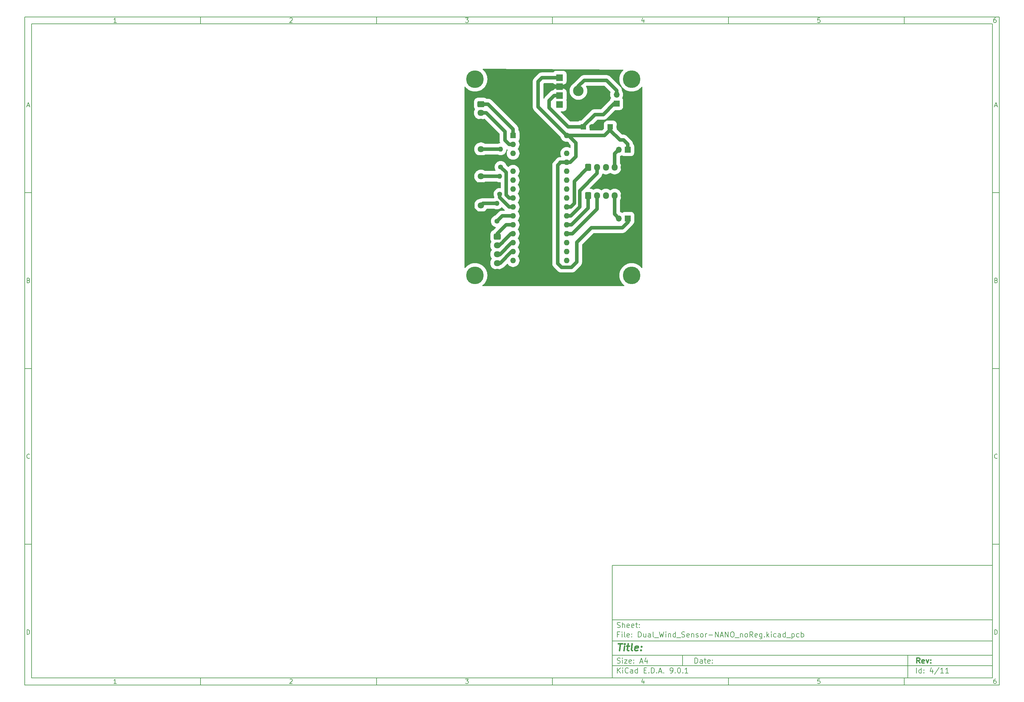
<source format=gbr>
%TF.GenerationSoftware,KiCad,Pcbnew,9.0.1*%
%TF.CreationDate,2025-07-06T08:30:04+03:00*%
%TF.ProjectId,Dual_Wind_Sensor-NANO_noReg,4475616c-5f57-4696-9e64-5f53656e736f,rev?*%
%TF.SameCoordinates,Original*%
%TF.FileFunction,Copper,L4,Bot*%
%TF.FilePolarity,Positive*%
%FSLAX46Y46*%
G04 Gerber Fmt 4.6, Leading zero omitted, Abs format (unit mm)*
G04 Created by KiCad (PCBNEW 9.0.1) date 2025-07-06 08:30:04*
%MOMM*%
%LPD*%
G01*
G04 APERTURE LIST*
G04 Aperture macros list*
%AMRoundRect*
0 Rectangle with rounded corners*
0 $1 Rounding radius*
0 $2 $3 $4 $5 $6 $7 $8 $9 X,Y pos of 4 corners*
0 Add a 4 corners polygon primitive as box body*
4,1,4,$2,$3,$4,$5,$6,$7,$8,$9,$2,$3,0*
0 Add four circle primitives for the rounded corners*
1,1,$1+$1,$2,$3*
1,1,$1+$1,$4,$5*
1,1,$1+$1,$6,$7*
1,1,$1+$1,$8,$9*
0 Add four rect primitives between the rounded corners*
20,1,$1+$1,$2,$3,$4,$5,0*
20,1,$1+$1,$4,$5,$6,$7,0*
20,1,$1+$1,$6,$7,$8,$9,0*
20,1,$1+$1,$8,$9,$2,$3,0*%
G04 Aperture macros list end*
%ADD10C,0.100000*%
%ADD11C,0.150000*%
%ADD12C,0.300000*%
%ADD13C,0.400000*%
%TA.AperFunction,ComponentPad*%
%ADD14C,1.400000*%
%TD*%
%TA.AperFunction,ComponentPad*%
%ADD15O,1.400000X1.400000*%
%TD*%
%TA.AperFunction,ComponentPad*%
%ADD16RoundRect,0.250000X-0.725000X0.600000X-0.725000X-0.600000X0.725000X-0.600000X0.725000X0.600000X0*%
%TD*%
%TA.AperFunction,ComponentPad*%
%ADD17O,1.950000X1.700000*%
%TD*%
%TA.AperFunction,ComponentPad*%
%ADD18R,1.700000X1.700000*%
%TD*%
%TA.AperFunction,ComponentPad*%
%ADD19O,1.700000X1.700000*%
%TD*%
%TA.AperFunction,ComponentPad*%
%ADD20R,1.600000X1.600000*%
%TD*%
%TA.AperFunction,ComponentPad*%
%ADD21C,1.600000*%
%TD*%
%TA.AperFunction,ComponentPad*%
%ADD22RoundRect,0.250000X-0.600000X-0.725000X0.600000X-0.725000X0.600000X0.725000X-0.600000X0.725000X0*%
%TD*%
%TA.AperFunction,ComponentPad*%
%ADD23O,1.700000X1.950000*%
%TD*%
%TA.AperFunction,ComponentPad*%
%ADD24R,1.800000X1.800000*%
%TD*%
%TA.AperFunction,ComponentPad*%
%ADD25C,1.800000*%
%TD*%
%TA.AperFunction,ComponentPad*%
%ADD26O,1.600000X1.600000*%
%TD*%
%TA.AperFunction,ComponentPad*%
%ADD27C,0.800000*%
%TD*%
%TA.AperFunction,ComponentPad*%
%ADD28C,5.000000*%
%TD*%
%TA.AperFunction,ComponentPad*%
%ADD29R,1.930400X1.930400*%
%TD*%
%TA.AperFunction,ComponentPad*%
%ADD30R,3.000000X3.000000*%
%TD*%
%TA.AperFunction,ComponentPad*%
%ADD31C,3.000000*%
%TD*%
%TA.AperFunction,Conductor*%
%ADD32C,1.000000*%
%TD*%
G04 APERTURE END LIST*
D10*
D11*
X177002200Y-166007200D02*
X285002200Y-166007200D01*
X285002200Y-198007200D01*
X177002200Y-198007200D01*
X177002200Y-166007200D01*
D10*
D11*
X10000000Y-10000000D02*
X287002200Y-10000000D01*
X287002200Y-200007200D01*
X10000000Y-200007200D01*
X10000000Y-10000000D01*
D10*
D11*
X12000000Y-12000000D02*
X285002200Y-12000000D01*
X285002200Y-198007200D01*
X12000000Y-198007200D01*
X12000000Y-12000000D01*
D10*
D11*
X60000000Y-12000000D02*
X60000000Y-10000000D01*
D10*
D11*
X110000000Y-12000000D02*
X110000000Y-10000000D01*
D10*
D11*
X160000000Y-12000000D02*
X160000000Y-10000000D01*
D10*
D11*
X210000000Y-12000000D02*
X210000000Y-10000000D01*
D10*
D11*
X260000000Y-12000000D02*
X260000000Y-10000000D01*
D10*
D11*
X36089160Y-11593604D02*
X35346303Y-11593604D01*
X35717731Y-11593604D02*
X35717731Y-10293604D01*
X35717731Y-10293604D02*
X35593922Y-10479319D01*
X35593922Y-10479319D02*
X35470112Y-10603128D01*
X35470112Y-10603128D02*
X35346303Y-10665033D01*
D10*
D11*
X85346303Y-10417414D02*
X85408207Y-10355509D01*
X85408207Y-10355509D02*
X85532017Y-10293604D01*
X85532017Y-10293604D02*
X85841541Y-10293604D01*
X85841541Y-10293604D02*
X85965350Y-10355509D01*
X85965350Y-10355509D02*
X86027255Y-10417414D01*
X86027255Y-10417414D02*
X86089160Y-10541223D01*
X86089160Y-10541223D02*
X86089160Y-10665033D01*
X86089160Y-10665033D02*
X86027255Y-10850747D01*
X86027255Y-10850747D02*
X85284398Y-11593604D01*
X85284398Y-11593604D02*
X86089160Y-11593604D01*
D10*
D11*
X135284398Y-10293604D02*
X136089160Y-10293604D01*
X136089160Y-10293604D02*
X135655826Y-10788842D01*
X135655826Y-10788842D02*
X135841541Y-10788842D01*
X135841541Y-10788842D02*
X135965350Y-10850747D01*
X135965350Y-10850747D02*
X136027255Y-10912652D01*
X136027255Y-10912652D02*
X136089160Y-11036461D01*
X136089160Y-11036461D02*
X136089160Y-11345985D01*
X136089160Y-11345985D02*
X136027255Y-11469795D01*
X136027255Y-11469795D02*
X135965350Y-11531700D01*
X135965350Y-11531700D02*
X135841541Y-11593604D01*
X135841541Y-11593604D02*
X135470112Y-11593604D01*
X135470112Y-11593604D02*
X135346303Y-11531700D01*
X135346303Y-11531700D02*
X135284398Y-11469795D01*
D10*
D11*
X185965350Y-10726938D02*
X185965350Y-11593604D01*
X185655826Y-10231700D02*
X185346303Y-11160271D01*
X185346303Y-11160271D02*
X186151064Y-11160271D01*
D10*
D11*
X236027255Y-10293604D02*
X235408207Y-10293604D01*
X235408207Y-10293604D02*
X235346303Y-10912652D01*
X235346303Y-10912652D02*
X235408207Y-10850747D01*
X235408207Y-10850747D02*
X235532017Y-10788842D01*
X235532017Y-10788842D02*
X235841541Y-10788842D01*
X235841541Y-10788842D02*
X235965350Y-10850747D01*
X235965350Y-10850747D02*
X236027255Y-10912652D01*
X236027255Y-10912652D02*
X236089160Y-11036461D01*
X236089160Y-11036461D02*
X236089160Y-11345985D01*
X236089160Y-11345985D02*
X236027255Y-11469795D01*
X236027255Y-11469795D02*
X235965350Y-11531700D01*
X235965350Y-11531700D02*
X235841541Y-11593604D01*
X235841541Y-11593604D02*
X235532017Y-11593604D01*
X235532017Y-11593604D02*
X235408207Y-11531700D01*
X235408207Y-11531700D02*
X235346303Y-11469795D01*
D10*
D11*
X285965350Y-10293604D02*
X285717731Y-10293604D01*
X285717731Y-10293604D02*
X285593922Y-10355509D01*
X285593922Y-10355509D02*
X285532017Y-10417414D01*
X285532017Y-10417414D02*
X285408207Y-10603128D01*
X285408207Y-10603128D02*
X285346303Y-10850747D01*
X285346303Y-10850747D02*
X285346303Y-11345985D01*
X285346303Y-11345985D02*
X285408207Y-11469795D01*
X285408207Y-11469795D02*
X285470112Y-11531700D01*
X285470112Y-11531700D02*
X285593922Y-11593604D01*
X285593922Y-11593604D02*
X285841541Y-11593604D01*
X285841541Y-11593604D02*
X285965350Y-11531700D01*
X285965350Y-11531700D02*
X286027255Y-11469795D01*
X286027255Y-11469795D02*
X286089160Y-11345985D01*
X286089160Y-11345985D02*
X286089160Y-11036461D01*
X286089160Y-11036461D02*
X286027255Y-10912652D01*
X286027255Y-10912652D02*
X285965350Y-10850747D01*
X285965350Y-10850747D02*
X285841541Y-10788842D01*
X285841541Y-10788842D02*
X285593922Y-10788842D01*
X285593922Y-10788842D02*
X285470112Y-10850747D01*
X285470112Y-10850747D02*
X285408207Y-10912652D01*
X285408207Y-10912652D02*
X285346303Y-11036461D01*
D10*
D11*
X60000000Y-198007200D02*
X60000000Y-200007200D01*
D10*
D11*
X110000000Y-198007200D02*
X110000000Y-200007200D01*
D10*
D11*
X160000000Y-198007200D02*
X160000000Y-200007200D01*
D10*
D11*
X210000000Y-198007200D02*
X210000000Y-200007200D01*
D10*
D11*
X260000000Y-198007200D02*
X260000000Y-200007200D01*
D10*
D11*
X36089160Y-199600804D02*
X35346303Y-199600804D01*
X35717731Y-199600804D02*
X35717731Y-198300804D01*
X35717731Y-198300804D02*
X35593922Y-198486519D01*
X35593922Y-198486519D02*
X35470112Y-198610328D01*
X35470112Y-198610328D02*
X35346303Y-198672233D01*
D10*
D11*
X85346303Y-198424614D02*
X85408207Y-198362709D01*
X85408207Y-198362709D02*
X85532017Y-198300804D01*
X85532017Y-198300804D02*
X85841541Y-198300804D01*
X85841541Y-198300804D02*
X85965350Y-198362709D01*
X85965350Y-198362709D02*
X86027255Y-198424614D01*
X86027255Y-198424614D02*
X86089160Y-198548423D01*
X86089160Y-198548423D02*
X86089160Y-198672233D01*
X86089160Y-198672233D02*
X86027255Y-198857947D01*
X86027255Y-198857947D02*
X85284398Y-199600804D01*
X85284398Y-199600804D02*
X86089160Y-199600804D01*
D10*
D11*
X135284398Y-198300804D02*
X136089160Y-198300804D01*
X136089160Y-198300804D02*
X135655826Y-198796042D01*
X135655826Y-198796042D02*
X135841541Y-198796042D01*
X135841541Y-198796042D02*
X135965350Y-198857947D01*
X135965350Y-198857947D02*
X136027255Y-198919852D01*
X136027255Y-198919852D02*
X136089160Y-199043661D01*
X136089160Y-199043661D02*
X136089160Y-199353185D01*
X136089160Y-199353185D02*
X136027255Y-199476995D01*
X136027255Y-199476995D02*
X135965350Y-199538900D01*
X135965350Y-199538900D02*
X135841541Y-199600804D01*
X135841541Y-199600804D02*
X135470112Y-199600804D01*
X135470112Y-199600804D02*
X135346303Y-199538900D01*
X135346303Y-199538900D02*
X135284398Y-199476995D01*
D10*
D11*
X185965350Y-198734138D02*
X185965350Y-199600804D01*
X185655826Y-198238900D02*
X185346303Y-199167471D01*
X185346303Y-199167471D02*
X186151064Y-199167471D01*
D10*
D11*
X236027255Y-198300804D02*
X235408207Y-198300804D01*
X235408207Y-198300804D02*
X235346303Y-198919852D01*
X235346303Y-198919852D02*
X235408207Y-198857947D01*
X235408207Y-198857947D02*
X235532017Y-198796042D01*
X235532017Y-198796042D02*
X235841541Y-198796042D01*
X235841541Y-198796042D02*
X235965350Y-198857947D01*
X235965350Y-198857947D02*
X236027255Y-198919852D01*
X236027255Y-198919852D02*
X236089160Y-199043661D01*
X236089160Y-199043661D02*
X236089160Y-199353185D01*
X236089160Y-199353185D02*
X236027255Y-199476995D01*
X236027255Y-199476995D02*
X235965350Y-199538900D01*
X235965350Y-199538900D02*
X235841541Y-199600804D01*
X235841541Y-199600804D02*
X235532017Y-199600804D01*
X235532017Y-199600804D02*
X235408207Y-199538900D01*
X235408207Y-199538900D02*
X235346303Y-199476995D01*
D10*
D11*
X285965350Y-198300804D02*
X285717731Y-198300804D01*
X285717731Y-198300804D02*
X285593922Y-198362709D01*
X285593922Y-198362709D02*
X285532017Y-198424614D01*
X285532017Y-198424614D02*
X285408207Y-198610328D01*
X285408207Y-198610328D02*
X285346303Y-198857947D01*
X285346303Y-198857947D02*
X285346303Y-199353185D01*
X285346303Y-199353185D02*
X285408207Y-199476995D01*
X285408207Y-199476995D02*
X285470112Y-199538900D01*
X285470112Y-199538900D02*
X285593922Y-199600804D01*
X285593922Y-199600804D02*
X285841541Y-199600804D01*
X285841541Y-199600804D02*
X285965350Y-199538900D01*
X285965350Y-199538900D02*
X286027255Y-199476995D01*
X286027255Y-199476995D02*
X286089160Y-199353185D01*
X286089160Y-199353185D02*
X286089160Y-199043661D01*
X286089160Y-199043661D02*
X286027255Y-198919852D01*
X286027255Y-198919852D02*
X285965350Y-198857947D01*
X285965350Y-198857947D02*
X285841541Y-198796042D01*
X285841541Y-198796042D02*
X285593922Y-198796042D01*
X285593922Y-198796042D02*
X285470112Y-198857947D01*
X285470112Y-198857947D02*
X285408207Y-198919852D01*
X285408207Y-198919852D02*
X285346303Y-199043661D01*
D10*
D11*
X10000000Y-60000000D02*
X12000000Y-60000000D01*
D10*
D11*
X10000000Y-110000000D02*
X12000000Y-110000000D01*
D10*
D11*
X10000000Y-160000000D02*
X12000000Y-160000000D01*
D10*
D11*
X10690476Y-35222176D02*
X11309523Y-35222176D01*
X10566666Y-35593604D02*
X10999999Y-34293604D01*
X10999999Y-34293604D02*
X11433333Y-35593604D01*
D10*
D11*
X11092857Y-84912652D02*
X11278571Y-84974557D01*
X11278571Y-84974557D02*
X11340476Y-85036461D01*
X11340476Y-85036461D02*
X11402380Y-85160271D01*
X11402380Y-85160271D02*
X11402380Y-85345985D01*
X11402380Y-85345985D02*
X11340476Y-85469795D01*
X11340476Y-85469795D02*
X11278571Y-85531700D01*
X11278571Y-85531700D02*
X11154761Y-85593604D01*
X11154761Y-85593604D02*
X10659523Y-85593604D01*
X10659523Y-85593604D02*
X10659523Y-84293604D01*
X10659523Y-84293604D02*
X11092857Y-84293604D01*
X11092857Y-84293604D02*
X11216666Y-84355509D01*
X11216666Y-84355509D02*
X11278571Y-84417414D01*
X11278571Y-84417414D02*
X11340476Y-84541223D01*
X11340476Y-84541223D02*
X11340476Y-84665033D01*
X11340476Y-84665033D02*
X11278571Y-84788842D01*
X11278571Y-84788842D02*
X11216666Y-84850747D01*
X11216666Y-84850747D02*
X11092857Y-84912652D01*
X11092857Y-84912652D02*
X10659523Y-84912652D01*
D10*
D11*
X11402380Y-135469795D02*
X11340476Y-135531700D01*
X11340476Y-135531700D02*
X11154761Y-135593604D01*
X11154761Y-135593604D02*
X11030952Y-135593604D01*
X11030952Y-135593604D02*
X10845238Y-135531700D01*
X10845238Y-135531700D02*
X10721428Y-135407890D01*
X10721428Y-135407890D02*
X10659523Y-135284080D01*
X10659523Y-135284080D02*
X10597619Y-135036461D01*
X10597619Y-135036461D02*
X10597619Y-134850747D01*
X10597619Y-134850747D02*
X10659523Y-134603128D01*
X10659523Y-134603128D02*
X10721428Y-134479319D01*
X10721428Y-134479319D02*
X10845238Y-134355509D01*
X10845238Y-134355509D02*
X11030952Y-134293604D01*
X11030952Y-134293604D02*
X11154761Y-134293604D01*
X11154761Y-134293604D02*
X11340476Y-134355509D01*
X11340476Y-134355509D02*
X11402380Y-134417414D01*
D10*
D11*
X10659523Y-185593604D02*
X10659523Y-184293604D01*
X10659523Y-184293604D02*
X10969047Y-184293604D01*
X10969047Y-184293604D02*
X11154761Y-184355509D01*
X11154761Y-184355509D02*
X11278571Y-184479319D01*
X11278571Y-184479319D02*
X11340476Y-184603128D01*
X11340476Y-184603128D02*
X11402380Y-184850747D01*
X11402380Y-184850747D02*
X11402380Y-185036461D01*
X11402380Y-185036461D02*
X11340476Y-185284080D01*
X11340476Y-185284080D02*
X11278571Y-185407890D01*
X11278571Y-185407890D02*
X11154761Y-185531700D01*
X11154761Y-185531700D02*
X10969047Y-185593604D01*
X10969047Y-185593604D02*
X10659523Y-185593604D01*
D10*
D11*
X287002200Y-60000000D02*
X285002200Y-60000000D01*
D10*
D11*
X287002200Y-110000000D02*
X285002200Y-110000000D01*
D10*
D11*
X287002200Y-160000000D02*
X285002200Y-160000000D01*
D10*
D11*
X285692676Y-35222176D02*
X286311723Y-35222176D01*
X285568866Y-35593604D02*
X286002199Y-34293604D01*
X286002199Y-34293604D02*
X286435533Y-35593604D01*
D10*
D11*
X286095057Y-84912652D02*
X286280771Y-84974557D01*
X286280771Y-84974557D02*
X286342676Y-85036461D01*
X286342676Y-85036461D02*
X286404580Y-85160271D01*
X286404580Y-85160271D02*
X286404580Y-85345985D01*
X286404580Y-85345985D02*
X286342676Y-85469795D01*
X286342676Y-85469795D02*
X286280771Y-85531700D01*
X286280771Y-85531700D02*
X286156961Y-85593604D01*
X286156961Y-85593604D02*
X285661723Y-85593604D01*
X285661723Y-85593604D02*
X285661723Y-84293604D01*
X285661723Y-84293604D02*
X286095057Y-84293604D01*
X286095057Y-84293604D02*
X286218866Y-84355509D01*
X286218866Y-84355509D02*
X286280771Y-84417414D01*
X286280771Y-84417414D02*
X286342676Y-84541223D01*
X286342676Y-84541223D02*
X286342676Y-84665033D01*
X286342676Y-84665033D02*
X286280771Y-84788842D01*
X286280771Y-84788842D02*
X286218866Y-84850747D01*
X286218866Y-84850747D02*
X286095057Y-84912652D01*
X286095057Y-84912652D02*
X285661723Y-84912652D01*
D10*
D11*
X286404580Y-135469795D02*
X286342676Y-135531700D01*
X286342676Y-135531700D02*
X286156961Y-135593604D01*
X286156961Y-135593604D02*
X286033152Y-135593604D01*
X286033152Y-135593604D02*
X285847438Y-135531700D01*
X285847438Y-135531700D02*
X285723628Y-135407890D01*
X285723628Y-135407890D02*
X285661723Y-135284080D01*
X285661723Y-135284080D02*
X285599819Y-135036461D01*
X285599819Y-135036461D02*
X285599819Y-134850747D01*
X285599819Y-134850747D02*
X285661723Y-134603128D01*
X285661723Y-134603128D02*
X285723628Y-134479319D01*
X285723628Y-134479319D02*
X285847438Y-134355509D01*
X285847438Y-134355509D02*
X286033152Y-134293604D01*
X286033152Y-134293604D02*
X286156961Y-134293604D01*
X286156961Y-134293604D02*
X286342676Y-134355509D01*
X286342676Y-134355509D02*
X286404580Y-134417414D01*
D10*
D11*
X285661723Y-185593604D02*
X285661723Y-184293604D01*
X285661723Y-184293604D02*
X285971247Y-184293604D01*
X285971247Y-184293604D02*
X286156961Y-184355509D01*
X286156961Y-184355509D02*
X286280771Y-184479319D01*
X286280771Y-184479319D02*
X286342676Y-184603128D01*
X286342676Y-184603128D02*
X286404580Y-184850747D01*
X286404580Y-184850747D02*
X286404580Y-185036461D01*
X286404580Y-185036461D02*
X286342676Y-185284080D01*
X286342676Y-185284080D02*
X286280771Y-185407890D01*
X286280771Y-185407890D02*
X286156961Y-185531700D01*
X286156961Y-185531700D02*
X285971247Y-185593604D01*
X285971247Y-185593604D02*
X285661723Y-185593604D01*
D10*
D11*
X200458026Y-193793328D02*
X200458026Y-192293328D01*
X200458026Y-192293328D02*
X200815169Y-192293328D01*
X200815169Y-192293328D02*
X201029455Y-192364757D01*
X201029455Y-192364757D02*
X201172312Y-192507614D01*
X201172312Y-192507614D02*
X201243741Y-192650471D01*
X201243741Y-192650471D02*
X201315169Y-192936185D01*
X201315169Y-192936185D02*
X201315169Y-193150471D01*
X201315169Y-193150471D02*
X201243741Y-193436185D01*
X201243741Y-193436185D02*
X201172312Y-193579042D01*
X201172312Y-193579042D02*
X201029455Y-193721900D01*
X201029455Y-193721900D02*
X200815169Y-193793328D01*
X200815169Y-193793328D02*
X200458026Y-193793328D01*
X202600884Y-193793328D02*
X202600884Y-193007614D01*
X202600884Y-193007614D02*
X202529455Y-192864757D01*
X202529455Y-192864757D02*
X202386598Y-192793328D01*
X202386598Y-192793328D02*
X202100884Y-192793328D01*
X202100884Y-192793328D02*
X201958026Y-192864757D01*
X202600884Y-193721900D02*
X202458026Y-193793328D01*
X202458026Y-193793328D02*
X202100884Y-193793328D01*
X202100884Y-193793328D02*
X201958026Y-193721900D01*
X201958026Y-193721900D02*
X201886598Y-193579042D01*
X201886598Y-193579042D02*
X201886598Y-193436185D01*
X201886598Y-193436185D02*
X201958026Y-193293328D01*
X201958026Y-193293328D02*
X202100884Y-193221900D01*
X202100884Y-193221900D02*
X202458026Y-193221900D01*
X202458026Y-193221900D02*
X202600884Y-193150471D01*
X203100884Y-192793328D02*
X203672312Y-192793328D01*
X203315169Y-192293328D02*
X203315169Y-193579042D01*
X203315169Y-193579042D02*
X203386598Y-193721900D01*
X203386598Y-193721900D02*
X203529455Y-193793328D01*
X203529455Y-193793328D02*
X203672312Y-193793328D01*
X204743741Y-193721900D02*
X204600884Y-193793328D01*
X204600884Y-193793328D02*
X204315170Y-193793328D01*
X204315170Y-193793328D02*
X204172312Y-193721900D01*
X204172312Y-193721900D02*
X204100884Y-193579042D01*
X204100884Y-193579042D02*
X204100884Y-193007614D01*
X204100884Y-193007614D02*
X204172312Y-192864757D01*
X204172312Y-192864757D02*
X204315170Y-192793328D01*
X204315170Y-192793328D02*
X204600884Y-192793328D01*
X204600884Y-192793328D02*
X204743741Y-192864757D01*
X204743741Y-192864757D02*
X204815170Y-193007614D01*
X204815170Y-193007614D02*
X204815170Y-193150471D01*
X204815170Y-193150471D02*
X204100884Y-193293328D01*
X205458026Y-193650471D02*
X205529455Y-193721900D01*
X205529455Y-193721900D02*
X205458026Y-193793328D01*
X205458026Y-193793328D02*
X205386598Y-193721900D01*
X205386598Y-193721900D02*
X205458026Y-193650471D01*
X205458026Y-193650471D02*
X205458026Y-193793328D01*
X205458026Y-192864757D02*
X205529455Y-192936185D01*
X205529455Y-192936185D02*
X205458026Y-193007614D01*
X205458026Y-193007614D02*
X205386598Y-192936185D01*
X205386598Y-192936185D02*
X205458026Y-192864757D01*
X205458026Y-192864757D02*
X205458026Y-193007614D01*
D10*
D11*
X177002200Y-194507200D02*
X285002200Y-194507200D01*
D10*
D11*
X178458026Y-196593328D02*
X178458026Y-195093328D01*
X179315169Y-196593328D02*
X178672312Y-195736185D01*
X179315169Y-195093328D02*
X178458026Y-195950471D01*
X179958026Y-196593328D02*
X179958026Y-195593328D01*
X179958026Y-195093328D02*
X179886598Y-195164757D01*
X179886598Y-195164757D02*
X179958026Y-195236185D01*
X179958026Y-195236185D02*
X180029455Y-195164757D01*
X180029455Y-195164757D02*
X179958026Y-195093328D01*
X179958026Y-195093328D02*
X179958026Y-195236185D01*
X181529455Y-196450471D02*
X181458027Y-196521900D01*
X181458027Y-196521900D02*
X181243741Y-196593328D01*
X181243741Y-196593328D02*
X181100884Y-196593328D01*
X181100884Y-196593328D02*
X180886598Y-196521900D01*
X180886598Y-196521900D02*
X180743741Y-196379042D01*
X180743741Y-196379042D02*
X180672312Y-196236185D01*
X180672312Y-196236185D02*
X180600884Y-195950471D01*
X180600884Y-195950471D02*
X180600884Y-195736185D01*
X180600884Y-195736185D02*
X180672312Y-195450471D01*
X180672312Y-195450471D02*
X180743741Y-195307614D01*
X180743741Y-195307614D02*
X180886598Y-195164757D01*
X180886598Y-195164757D02*
X181100884Y-195093328D01*
X181100884Y-195093328D02*
X181243741Y-195093328D01*
X181243741Y-195093328D02*
X181458027Y-195164757D01*
X181458027Y-195164757D02*
X181529455Y-195236185D01*
X182815170Y-196593328D02*
X182815170Y-195807614D01*
X182815170Y-195807614D02*
X182743741Y-195664757D01*
X182743741Y-195664757D02*
X182600884Y-195593328D01*
X182600884Y-195593328D02*
X182315170Y-195593328D01*
X182315170Y-195593328D02*
X182172312Y-195664757D01*
X182815170Y-196521900D02*
X182672312Y-196593328D01*
X182672312Y-196593328D02*
X182315170Y-196593328D01*
X182315170Y-196593328D02*
X182172312Y-196521900D01*
X182172312Y-196521900D02*
X182100884Y-196379042D01*
X182100884Y-196379042D02*
X182100884Y-196236185D01*
X182100884Y-196236185D02*
X182172312Y-196093328D01*
X182172312Y-196093328D02*
X182315170Y-196021900D01*
X182315170Y-196021900D02*
X182672312Y-196021900D01*
X182672312Y-196021900D02*
X182815170Y-195950471D01*
X184172313Y-196593328D02*
X184172313Y-195093328D01*
X184172313Y-196521900D02*
X184029455Y-196593328D01*
X184029455Y-196593328D02*
X183743741Y-196593328D01*
X183743741Y-196593328D02*
X183600884Y-196521900D01*
X183600884Y-196521900D02*
X183529455Y-196450471D01*
X183529455Y-196450471D02*
X183458027Y-196307614D01*
X183458027Y-196307614D02*
X183458027Y-195879042D01*
X183458027Y-195879042D02*
X183529455Y-195736185D01*
X183529455Y-195736185D02*
X183600884Y-195664757D01*
X183600884Y-195664757D02*
X183743741Y-195593328D01*
X183743741Y-195593328D02*
X184029455Y-195593328D01*
X184029455Y-195593328D02*
X184172313Y-195664757D01*
X186029455Y-195807614D02*
X186529455Y-195807614D01*
X186743741Y-196593328D02*
X186029455Y-196593328D01*
X186029455Y-196593328D02*
X186029455Y-195093328D01*
X186029455Y-195093328D02*
X186743741Y-195093328D01*
X187386598Y-196450471D02*
X187458027Y-196521900D01*
X187458027Y-196521900D02*
X187386598Y-196593328D01*
X187386598Y-196593328D02*
X187315170Y-196521900D01*
X187315170Y-196521900D02*
X187386598Y-196450471D01*
X187386598Y-196450471D02*
X187386598Y-196593328D01*
X188100884Y-196593328D02*
X188100884Y-195093328D01*
X188100884Y-195093328D02*
X188458027Y-195093328D01*
X188458027Y-195093328D02*
X188672313Y-195164757D01*
X188672313Y-195164757D02*
X188815170Y-195307614D01*
X188815170Y-195307614D02*
X188886599Y-195450471D01*
X188886599Y-195450471D02*
X188958027Y-195736185D01*
X188958027Y-195736185D02*
X188958027Y-195950471D01*
X188958027Y-195950471D02*
X188886599Y-196236185D01*
X188886599Y-196236185D02*
X188815170Y-196379042D01*
X188815170Y-196379042D02*
X188672313Y-196521900D01*
X188672313Y-196521900D02*
X188458027Y-196593328D01*
X188458027Y-196593328D02*
X188100884Y-196593328D01*
X189600884Y-196450471D02*
X189672313Y-196521900D01*
X189672313Y-196521900D02*
X189600884Y-196593328D01*
X189600884Y-196593328D02*
X189529456Y-196521900D01*
X189529456Y-196521900D02*
X189600884Y-196450471D01*
X189600884Y-196450471D02*
X189600884Y-196593328D01*
X190243742Y-196164757D02*
X190958028Y-196164757D01*
X190100885Y-196593328D02*
X190600885Y-195093328D01*
X190600885Y-195093328D02*
X191100885Y-196593328D01*
X191600884Y-196450471D02*
X191672313Y-196521900D01*
X191672313Y-196521900D02*
X191600884Y-196593328D01*
X191600884Y-196593328D02*
X191529456Y-196521900D01*
X191529456Y-196521900D02*
X191600884Y-196450471D01*
X191600884Y-196450471D02*
X191600884Y-196593328D01*
X193529456Y-196593328D02*
X193815170Y-196593328D01*
X193815170Y-196593328D02*
X193958027Y-196521900D01*
X193958027Y-196521900D02*
X194029456Y-196450471D01*
X194029456Y-196450471D02*
X194172313Y-196236185D01*
X194172313Y-196236185D02*
X194243742Y-195950471D01*
X194243742Y-195950471D02*
X194243742Y-195379042D01*
X194243742Y-195379042D02*
X194172313Y-195236185D01*
X194172313Y-195236185D02*
X194100885Y-195164757D01*
X194100885Y-195164757D02*
X193958027Y-195093328D01*
X193958027Y-195093328D02*
X193672313Y-195093328D01*
X193672313Y-195093328D02*
X193529456Y-195164757D01*
X193529456Y-195164757D02*
X193458027Y-195236185D01*
X193458027Y-195236185D02*
X193386599Y-195379042D01*
X193386599Y-195379042D02*
X193386599Y-195736185D01*
X193386599Y-195736185D02*
X193458027Y-195879042D01*
X193458027Y-195879042D02*
X193529456Y-195950471D01*
X193529456Y-195950471D02*
X193672313Y-196021900D01*
X193672313Y-196021900D02*
X193958027Y-196021900D01*
X193958027Y-196021900D02*
X194100885Y-195950471D01*
X194100885Y-195950471D02*
X194172313Y-195879042D01*
X194172313Y-195879042D02*
X194243742Y-195736185D01*
X194886598Y-196450471D02*
X194958027Y-196521900D01*
X194958027Y-196521900D02*
X194886598Y-196593328D01*
X194886598Y-196593328D02*
X194815170Y-196521900D01*
X194815170Y-196521900D02*
X194886598Y-196450471D01*
X194886598Y-196450471D02*
X194886598Y-196593328D01*
X195886599Y-195093328D02*
X196029456Y-195093328D01*
X196029456Y-195093328D02*
X196172313Y-195164757D01*
X196172313Y-195164757D02*
X196243742Y-195236185D01*
X196243742Y-195236185D02*
X196315170Y-195379042D01*
X196315170Y-195379042D02*
X196386599Y-195664757D01*
X196386599Y-195664757D02*
X196386599Y-196021900D01*
X196386599Y-196021900D02*
X196315170Y-196307614D01*
X196315170Y-196307614D02*
X196243742Y-196450471D01*
X196243742Y-196450471D02*
X196172313Y-196521900D01*
X196172313Y-196521900D02*
X196029456Y-196593328D01*
X196029456Y-196593328D02*
X195886599Y-196593328D01*
X195886599Y-196593328D02*
X195743742Y-196521900D01*
X195743742Y-196521900D02*
X195672313Y-196450471D01*
X195672313Y-196450471D02*
X195600884Y-196307614D01*
X195600884Y-196307614D02*
X195529456Y-196021900D01*
X195529456Y-196021900D02*
X195529456Y-195664757D01*
X195529456Y-195664757D02*
X195600884Y-195379042D01*
X195600884Y-195379042D02*
X195672313Y-195236185D01*
X195672313Y-195236185D02*
X195743742Y-195164757D01*
X195743742Y-195164757D02*
X195886599Y-195093328D01*
X197029455Y-196450471D02*
X197100884Y-196521900D01*
X197100884Y-196521900D02*
X197029455Y-196593328D01*
X197029455Y-196593328D02*
X196958027Y-196521900D01*
X196958027Y-196521900D02*
X197029455Y-196450471D01*
X197029455Y-196450471D02*
X197029455Y-196593328D01*
X198529456Y-196593328D02*
X197672313Y-196593328D01*
X198100884Y-196593328D02*
X198100884Y-195093328D01*
X198100884Y-195093328D02*
X197958027Y-195307614D01*
X197958027Y-195307614D02*
X197815170Y-195450471D01*
X197815170Y-195450471D02*
X197672313Y-195521900D01*
D10*
D11*
X177002200Y-191507200D02*
X285002200Y-191507200D01*
D10*
D12*
X264413853Y-193785528D02*
X263913853Y-193071242D01*
X263556710Y-193785528D02*
X263556710Y-192285528D01*
X263556710Y-192285528D02*
X264128139Y-192285528D01*
X264128139Y-192285528D02*
X264270996Y-192356957D01*
X264270996Y-192356957D02*
X264342425Y-192428385D01*
X264342425Y-192428385D02*
X264413853Y-192571242D01*
X264413853Y-192571242D02*
X264413853Y-192785528D01*
X264413853Y-192785528D02*
X264342425Y-192928385D01*
X264342425Y-192928385D02*
X264270996Y-192999814D01*
X264270996Y-192999814D02*
X264128139Y-193071242D01*
X264128139Y-193071242D02*
X263556710Y-193071242D01*
X265628139Y-193714100D02*
X265485282Y-193785528D01*
X265485282Y-193785528D02*
X265199568Y-193785528D01*
X265199568Y-193785528D02*
X265056710Y-193714100D01*
X265056710Y-193714100D02*
X264985282Y-193571242D01*
X264985282Y-193571242D02*
X264985282Y-192999814D01*
X264985282Y-192999814D02*
X265056710Y-192856957D01*
X265056710Y-192856957D02*
X265199568Y-192785528D01*
X265199568Y-192785528D02*
X265485282Y-192785528D01*
X265485282Y-192785528D02*
X265628139Y-192856957D01*
X265628139Y-192856957D02*
X265699568Y-192999814D01*
X265699568Y-192999814D02*
X265699568Y-193142671D01*
X265699568Y-193142671D02*
X264985282Y-193285528D01*
X266199567Y-192785528D02*
X266556710Y-193785528D01*
X266556710Y-193785528D02*
X266913853Y-192785528D01*
X267485281Y-193642671D02*
X267556710Y-193714100D01*
X267556710Y-193714100D02*
X267485281Y-193785528D01*
X267485281Y-193785528D02*
X267413853Y-193714100D01*
X267413853Y-193714100D02*
X267485281Y-193642671D01*
X267485281Y-193642671D02*
X267485281Y-193785528D01*
X267485281Y-192856957D02*
X267556710Y-192928385D01*
X267556710Y-192928385D02*
X267485281Y-192999814D01*
X267485281Y-192999814D02*
X267413853Y-192928385D01*
X267413853Y-192928385D02*
X267485281Y-192856957D01*
X267485281Y-192856957D02*
X267485281Y-192999814D01*
D10*
D11*
X178386598Y-193721900D02*
X178600884Y-193793328D01*
X178600884Y-193793328D02*
X178958026Y-193793328D01*
X178958026Y-193793328D02*
X179100884Y-193721900D01*
X179100884Y-193721900D02*
X179172312Y-193650471D01*
X179172312Y-193650471D02*
X179243741Y-193507614D01*
X179243741Y-193507614D02*
X179243741Y-193364757D01*
X179243741Y-193364757D02*
X179172312Y-193221900D01*
X179172312Y-193221900D02*
X179100884Y-193150471D01*
X179100884Y-193150471D02*
X178958026Y-193079042D01*
X178958026Y-193079042D02*
X178672312Y-193007614D01*
X178672312Y-193007614D02*
X178529455Y-192936185D01*
X178529455Y-192936185D02*
X178458026Y-192864757D01*
X178458026Y-192864757D02*
X178386598Y-192721900D01*
X178386598Y-192721900D02*
X178386598Y-192579042D01*
X178386598Y-192579042D02*
X178458026Y-192436185D01*
X178458026Y-192436185D02*
X178529455Y-192364757D01*
X178529455Y-192364757D02*
X178672312Y-192293328D01*
X178672312Y-192293328D02*
X179029455Y-192293328D01*
X179029455Y-192293328D02*
X179243741Y-192364757D01*
X179886597Y-193793328D02*
X179886597Y-192793328D01*
X179886597Y-192293328D02*
X179815169Y-192364757D01*
X179815169Y-192364757D02*
X179886597Y-192436185D01*
X179886597Y-192436185D02*
X179958026Y-192364757D01*
X179958026Y-192364757D02*
X179886597Y-192293328D01*
X179886597Y-192293328D02*
X179886597Y-192436185D01*
X180458026Y-192793328D02*
X181243741Y-192793328D01*
X181243741Y-192793328D02*
X180458026Y-193793328D01*
X180458026Y-193793328D02*
X181243741Y-193793328D01*
X182386598Y-193721900D02*
X182243741Y-193793328D01*
X182243741Y-193793328D02*
X181958027Y-193793328D01*
X181958027Y-193793328D02*
X181815169Y-193721900D01*
X181815169Y-193721900D02*
X181743741Y-193579042D01*
X181743741Y-193579042D02*
X181743741Y-193007614D01*
X181743741Y-193007614D02*
X181815169Y-192864757D01*
X181815169Y-192864757D02*
X181958027Y-192793328D01*
X181958027Y-192793328D02*
X182243741Y-192793328D01*
X182243741Y-192793328D02*
X182386598Y-192864757D01*
X182386598Y-192864757D02*
X182458027Y-193007614D01*
X182458027Y-193007614D02*
X182458027Y-193150471D01*
X182458027Y-193150471D02*
X181743741Y-193293328D01*
X183100883Y-193650471D02*
X183172312Y-193721900D01*
X183172312Y-193721900D02*
X183100883Y-193793328D01*
X183100883Y-193793328D02*
X183029455Y-193721900D01*
X183029455Y-193721900D02*
X183100883Y-193650471D01*
X183100883Y-193650471D02*
X183100883Y-193793328D01*
X183100883Y-192864757D02*
X183172312Y-192936185D01*
X183172312Y-192936185D02*
X183100883Y-193007614D01*
X183100883Y-193007614D02*
X183029455Y-192936185D01*
X183029455Y-192936185D02*
X183100883Y-192864757D01*
X183100883Y-192864757D02*
X183100883Y-193007614D01*
X184886598Y-193364757D02*
X185600884Y-193364757D01*
X184743741Y-193793328D02*
X185243741Y-192293328D01*
X185243741Y-192293328D02*
X185743741Y-193793328D01*
X186886598Y-192793328D02*
X186886598Y-193793328D01*
X186529455Y-192221900D02*
X186172312Y-193293328D01*
X186172312Y-193293328D02*
X187100883Y-193293328D01*
D10*
D11*
X263458026Y-196593328D02*
X263458026Y-195093328D01*
X264815170Y-196593328D02*
X264815170Y-195093328D01*
X264815170Y-196521900D02*
X264672312Y-196593328D01*
X264672312Y-196593328D02*
X264386598Y-196593328D01*
X264386598Y-196593328D02*
X264243741Y-196521900D01*
X264243741Y-196521900D02*
X264172312Y-196450471D01*
X264172312Y-196450471D02*
X264100884Y-196307614D01*
X264100884Y-196307614D02*
X264100884Y-195879042D01*
X264100884Y-195879042D02*
X264172312Y-195736185D01*
X264172312Y-195736185D02*
X264243741Y-195664757D01*
X264243741Y-195664757D02*
X264386598Y-195593328D01*
X264386598Y-195593328D02*
X264672312Y-195593328D01*
X264672312Y-195593328D02*
X264815170Y-195664757D01*
X265529455Y-196450471D02*
X265600884Y-196521900D01*
X265600884Y-196521900D02*
X265529455Y-196593328D01*
X265529455Y-196593328D02*
X265458027Y-196521900D01*
X265458027Y-196521900D02*
X265529455Y-196450471D01*
X265529455Y-196450471D02*
X265529455Y-196593328D01*
X265529455Y-195664757D02*
X265600884Y-195736185D01*
X265600884Y-195736185D02*
X265529455Y-195807614D01*
X265529455Y-195807614D02*
X265458027Y-195736185D01*
X265458027Y-195736185D02*
X265529455Y-195664757D01*
X265529455Y-195664757D02*
X265529455Y-195807614D01*
X268029456Y-195593328D02*
X268029456Y-196593328D01*
X267672313Y-195021900D02*
X267315170Y-196093328D01*
X267315170Y-196093328D02*
X268243741Y-196093328D01*
X269886598Y-195021900D02*
X268600884Y-196950471D01*
X271172313Y-196593328D02*
X270315170Y-196593328D01*
X270743741Y-196593328D02*
X270743741Y-195093328D01*
X270743741Y-195093328D02*
X270600884Y-195307614D01*
X270600884Y-195307614D02*
X270458027Y-195450471D01*
X270458027Y-195450471D02*
X270315170Y-195521900D01*
X272600884Y-196593328D02*
X271743741Y-196593328D01*
X272172312Y-196593328D02*
X272172312Y-195093328D01*
X272172312Y-195093328D02*
X272029455Y-195307614D01*
X272029455Y-195307614D02*
X271886598Y-195450471D01*
X271886598Y-195450471D02*
X271743741Y-195521900D01*
D10*
D11*
X177002200Y-187507200D02*
X285002200Y-187507200D01*
D10*
D13*
X178693928Y-188211638D02*
X179836785Y-188211638D01*
X179015357Y-190211638D02*
X179265357Y-188211638D01*
X180253452Y-190211638D02*
X180420119Y-188878304D01*
X180503452Y-188211638D02*
X180396309Y-188306876D01*
X180396309Y-188306876D02*
X180479643Y-188402114D01*
X180479643Y-188402114D02*
X180586786Y-188306876D01*
X180586786Y-188306876D02*
X180503452Y-188211638D01*
X180503452Y-188211638D02*
X180479643Y-188402114D01*
X181086786Y-188878304D02*
X181848690Y-188878304D01*
X181455833Y-188211638D02*
X181241548Y-189925923D01*
X181241548Y-189925923D02*
X181312976Y-190116400D01*
X181312976Y-190116400D02*
X181491548Y-190211638D01*
X181491548Y-190211638D02*
X181682024Y-190211638D01*
X182634405Y-190211638D02*
X182455833Y-190116400D01*
X182455833Y-190116400D02*
X182384405Y-189925923D01*
X182384405Y-189925923D02*
X182598690Y-188211638D01*
X184170119Y-190116400D02*
X183967738Y-190211638D01*
X183967738Y-190211638D02*
X183586785Y-190211638D01*
X183586785Y-190211638D02*
X183408214Y-190116400D01*
X183408214Y-190116400D02*
X183336785Y-189925923D01*
X183336785Y-189925923D02*
X183432024Y-189164019D01*
X183432024Y-189164019D02*
X183551071Y-188973542D01*
X183551071Y-188973542D02*
X183753452Y-188878304D01*
X183753452Y-188878304D02*
X184134404Y-188878304D01*
X184134404Y-188878304D02*
X184312976Y-188973542D01*
X184312976Y-188973542D02*
X184384404Y-189164019D01*
X184384404Y-189164019D02*
X184360595Y-189354495D01*
X184360595Y-189354495D02*
X183384404Y-189544971D01*
X185134405Y-190021161D02*
X185217738Y-190116400D01*
X185217738Y-190116400D02*
X185110595Y-190211638D01*
X185110595Y-190211638D02*
X185027262Y-190116400D01*
X185027262Y-190116400D02*
X185134405Y-190021161D01*
X185134405Y-190021161D02*
X185110595Y-190211638D01*
X185265357Y-188973542D02*
X185348690Y-189068780D01*
X185348690Y-189068780D02*
X185241548Y-189164019D01*
X185241548Y-189164019D02*
X185158214Y-189068780D01*
X185158214Y-189068780D02*
X185265357Y-188973542D01*
X185265357Y-188973542D02*
X185241548Y-189164019D01*
D10*
D11*
X178958026Y-185607614D02*
X178458026Y-185607614D01*
X178458026Y-186393328D02*
X178458026Y-184893328D01*
X178458026Y-184893328D02*
X179172312Y-184893328D01*
X179743740Y-186393328D02*
X179743740Y-185393328D01*
X179743740Y-184893328D02*
X179672312Y-184964757D01*
X179672312Y-184964757D02*
X179743740Y-185036185D01*
X179743740Y-185036185D02*
X179815169Y-184964757D01*
X179815169Y-184964757D02*
X179743740Y-184893328D01*
X179743740Y-184893328D02*
X179743740Y-185036185D01*
X180672312Y-186393328D02*
X180529455Y-186321900D01*
X180529455Y-186321900D02*
X180458026Y-186179042D01*
X180458026Y-186179042D02*
X180458026Y-184893328D01*
X181815169Y-186321900D02*
X181672312Y-186393328D01*
X181672312Y-186393328D02*
X181386598Y-186393328D01*
X181386598Y-186393328D02*
X181243740Y-186321900D01*
X181243740Y-186321900D02*
X181172312Y-186179042D01*
X181172312Y-186179042D02*
X181172312Y-185607614D01*
X181172312Y-185607614D02*
X181243740Y-185464757D01*
X181243740Y-185464757D02*
X181386598Y-185393328D01*
X181386598Y-185393328D02*
X181672312Y-185393328D01*
X181672312Y-185393328D02*
X181815169Y-185464757D01*
X181815169Y-185464757D02*
X181886598Y-185607614D01*
X181886598Y-185607614D02*
X181886598Y-185750471D01*
X181886598Y-185750471D02*
X181172312Y-185893328D01*
X182529454Y-186250471D02*
X182600883Y-186321900D01*
X182600883Y-186321900D02*
X182529454Y-186393328D01*
X182529454Y-186393328D02*
X182458026Y-186321900D01*
X182458026Y-186321900D02*
X182529454Y-186250471D01*
X182529454Y-186250471D02*
X182529454Y-186393328D01*
X182529454Y-185464757D02*
X182600883Y-185536185D01*
X182600883Y-185536185D02*
X182529454Y-185607614D01*
X182529454Y-185607614D02*
X182458026Y-185536185D01*
X182458026Y-185536185D02*
X182529454Y-185464757D01*
X182529454Y-185464757D02*
X182529454Y-185607614D01*
X184386597Y-186393328D02*
X184386597Y-184893328D01*
X184386597Y-184893328D02*
X184743740Y-184893328D01*
X184743740Y-184893328D02*
X184958026Y-184964757D01*
X184958026Y-184964757D02*
X185100883Y-185107614D01*
X185100883Y-185107614D02*
X185172312Y-185250471D01*
X185172312Y-185250471D02*
X185243740Y-185536185D01*
X185243740Y-185536185D02*
X185243740Y-185750471D01*
X185243740Y-185750471D02*
X185172312Y-186036185D01*
X185172312Y-186036185D02*
X185100883Y-186179042D01*
X185100883Y-186179042D02*
X184958026Y-186321900D01*
X184958026Y-186321900D02*
X184743740Y-186393328D01*
X184743740Y-186393328D02*
X184386597Y-186393328D01*
X186529455Y-185393328D02*
X186529455Y-186393328D01*
X185886597Y-185393328D02*
X185886597Y-186179042D01*
X185886597Y-186179042D02*
X185958026Y-186321900D01*
X185958026Y-186321900D02*
X186100883Y-186393328D01*
X186100883Y-186393328D02*
X186315169Y-186393328D01*
X186315169Y-186393328D02*
X186458026Y-186321900D01*
X186458026Y-186321900D02*
X186529455Y-186250471D01*
X187886598Y-186393328D02*
X187886598Y-185607614D01*
X187886598Y-185607614D02*
X187815169Y-185464757D01*
X187815169Y-185464757D02*
X187672312Y-185393328D01*
X187672312Y-185393328D02*
X187386598Y-185393328D01*
X187386598Y-185393328D02*
X187243740Y-185464757D01*
X187886598Y-186321900D02*
X187743740Y-186393328D01*
X187743740Y-186393328D02*
X187386598Y-186393328D01*
X187386598Y-186393328D02*
X187243740Y-186321900D01*
X187243740Y-186321900D02*
X187172312Y-186179042D01*
X187172312Y-186179042D02*
X187172312Y-186036185D01*
X187172312Y-186036185D02*
X187243740Y-185893328D01*
X187243740Y-185893328D02*
X187386598Y-185821900D01*
X187386598Y-185821900D02*
X187743740Y-185821900D01*
X187743740Y-185821900D02*
X187886598Y-185750471D01*
X188815169Y-186393328D02*
X188672312Y-186321900D01*
X188672312Y-186321900D02*
X188600883Y-186179042D01*
X188600883Y-186179042D02*
X188600883Y-184893328D01*
X189029455Y-186536185D02*
X190172312Y-186536185D01*
X190386597Y-184893328D02*
X190743740Y-186393328D01*
X190743740Y-186393328D02*
X191029454Y-185321900D01*
X191029454Y-185321900D02*
X191315169Y-186393328D01*
X191315169Y-186393328D02*
X191672312Y-184893328D01*
X192243740Y-186393328D02*
X192243740Y-185393328D01*
X192243740Y-184893328D02*
X192172312Y-184964757D01*
X192172312Y-184964757D02*
X192243740Y-185036185D01*
X192243740Y-185036185D02*
X192315169Y-184964757D01*
X192315169Y-184964757D02*
X192243740Y-184893328D01*
X192243740Y-184893328D02*
X192243740Y-185036185D01*
X192958026Y-185393328D02*
X192958026Y-186393328D01*
X192958026Y-185536185D02*
X193029455Y-185464757D01*
X193029455Y-185464757D02*
X193172312Y-185393328D01*
X193172312Y-185393328D02*
X193386598Y-185393328D01*
X193386598Y-185393328D02*
X193529455Y-185464757D01*
X193529455Y-185464757D02*
X193600884Y-185607614D01*
X193600884Y-185607614D02*
X193600884Y-186393328D01*
X194958027Y-186393328D02*
X194958027Y-184893328D01*
X194958027Y-186321900D02*
X194815169Y-186393328D01*
X194815169Y-186393328D02*
X194529455Y-186393328D01*
X194529455Y-186393328D02*
X194386598Y-186321900D01*
X194386598Y-186321900D02*
X194315169Y-186250471D01*
X194315169Y-186250471D02*
X194243741Y-186107614D01*
X194243741Y-186107614D02*
X194243741Y-185679042D01*
X194243741Y-185679042D02*
X194315169Y-185536185D01*
X194315169Y-185536185D02*
X194386598Y-185464757D01*
X194386598Y-185464757D02*
X194529455Y-185393328D01*
X194529455Y-185393328D02*
X194815169Y-185393328D01*
X194815169Y-185393328D02*
X194958027Y-185464757D01*
X195315170Y-186536185D02*
X196458027Y-186536185D01*
X196743741Y-186321900D02*
X196958027Y-186393328D01*
X196958027Y-186393328D02*
X197315169Y-186393328D01*
X197315169Y-186393328D02*
X197458027Y-186321900D01*
X197458027Y-186321900D02*
X197529455Y-186250471D01*
X197529455Y-186250471D02*
X197600884Y-186107614D01*
X197600884Y-186107614D02*
X197600884Y-185964757D01*
X197600884Y-185964757D02*
X197529455Y-185821900D01*
X197529455Y-185821900D02*
X197458027Y-185750471D01*
X197458027Y-185750471D02*
X197315169Y-185679042D01*
X197315169Y-185679042D02*
X197029455Y-185607614D01*
X197029455Y-185607614D02*
X196886598Y-185536185D01*
X196886598Y-185536185D02*
X196815169Y-185464757D01*
X196815169Y-185464757D02*
X196743741Y-185321900D01*
X196743741Y-185321900D02*
X196743741Y-185179042D01*
X196743741Y-185179042D02*
X196815169Y-185036185D01*
X196815169Y-185036185D02*
X196886598Y-184964757D01*
X196886598Y-184964757D02*
X197029455Y-184893328D01*
X197029455Y-184893328D02*
X197386598Y-184893328D01*
X197386598Y-184893328D02*
X197600884Y-184964757D01*
X198815169Y-186321900D02*
X198672312Y-186393328D01*
X198672312Y-186393328D02*
X198386598Y-186393328D01*
X198386598Y-186393328D02*
X198243740Y-186321900D01*
X198243740Y-186321900D02*
X198172312Y-186179042D01*
X198172312Y-186179042D02*
X198172312Y-185607614D01*
X198172312Y-185607614D02*
X198243740Y-185464757D01*
X198243740Y-185464757D02*
X198386598Y-185393328D01*
X198386598Y-185393328D02*
X198672312Y-185393328D01*
X198672312Y-185393328D02*
X198815169Y-185464757D01*
X198815169Y-185464757D02*
X198886598Y-185607614D01*
X198886598Y-185607614D02*
X198886598Y-185750471D01*
X198886598Y-185750471D02*
X198172312Y-185893328D01*
X199529454Y-185393328D02*
X199529454Y-186393328D01*
X199529454Y-185536185D02*
X199600883Y-185464757D01*
X199600883Y-185464757D02*
X199743740Y-185393328D01*
X199743740Y-185393328D02*
X199958026Y-185393328D01*
X199958026Y-185393328D02*
X200100883Y-185464757D01*
X200100883Y-185464757D02*
X200172312Y-185607614D01*
X200172312Y-185607614D02*
X200172312Y-186393328D01*
X200815169Y-186321900D02*
X200958026Y-186393328D01*
X200958026Y-186393328D02*
X201243740Y-186393328D01*
X201243740Y-186393328D02*
X201386597Y-186321900D01*
X201386597Y-186321900D02*
X201458026Y-186179042D01*
X201458026Y-186179042D02*
X201458026Y-186107614D01*
X201458026Y-186107614D02*
X201386597Y-185964757D01*
X201386597Y-185964757D02*
X201243740Y-185893328D01*
X201243740Y-185893328D02*
X201029455Y-185893328D01*
X201029455Y-185893328D02*
X200886597Y-185821900D01*
X200886597Y-185821900D02*
X200815169Y-185679042D01*
X200815169Y-185679042D02*
X200815169Y-185607614D01*
X200815169Y-185607614D02*
X200886597Y-185464757D01*
X200886597Y-185464757D02*
X201029455Y-185393328D01*
X201029455Y-185393328D02*
X201243740Y-185393328D01*
X201243740Y-185393328D02*
X201386597Y-185464757D01*
X202315169Y-186393328D02*
X202172312Y-186321900D01*
X202172312Y-186321900D02*
X202100883Y-186250471D01*
X202100883Y-186250471D02*
X202029455Y-186107614D01*
X202029455Y-186107614D02*
X202029455Y-185679042D01*
X202029455Y-185679042D02*
X202100883Y-185536185D01*
X202100883Y-185536185D02*
X202172312Y-185464757D01*
X202172312Y-185464757D02*
X202315169Y-185393328D01*
X202315169Y-185393328D02*
X202529455Y-185393328D01*
X202529455Y-185393328D02*
X202672312Y-185464757D01*
X202672312Y-185464757D02*
X202743741Y-185536185D01*
X202743741Y-185536185D02*
X202815169Y-185679042D01*
X202815169Y-185679042D02*
X202815169Y-186107614D01*
X202815169Y-186107614D02*
X202743741Y-186250471D01*
X202743741Y-186250471D02*
X202672312Y-186321900D01*
X202672312Y-186321900D02*
X202529455Y-186393328D01*
X202529455Y-186393328D02*
X202315169Y-186393328D01*
X203458026Y-186393328D02*
X203458026Y-185393328D01*
X203458026Y-185679042D02*
X203529455Y-185536185D01*
X203529455Y-185536185D02*
X203600884Y-185464757D01*
X203600884Y-185464757D02*
X203743741Y-185393328D01*
X203743741Y-185393328D02*
X203886598Y-185393328D01*
X204386597Y-185821900D02*
X205529455Y-185821900D01*
X206243740Y-186393328D02*
X206243740Y-184893328D01*
X206243740Y-184893328D02*
X207100883Y-186393328D01*
X207100883Y-186393328D02*
X207100883Y-184893328D01*
X207743741Y-185964757D02*
X208458027Y-185964757D01*
X207600884Y-186393328D02*
X208100884Y-184893328D01*
X208100884Y-184893328D02*
X208600884Y-186393328D01*
X209100883Y-186393328D02*
X209100883Y-184893328D01*
X209100883Y-184893328D02*
X209958026Y-186393328D01*
X209958026Y-186393328D02*
X209958026Y-184893328D01*
X210958027Y-184893328D02*
X211243741Y-184893328D01*
X211243741Y-184893328D02*
X211386598Y-184964757D01*
X211386598Y-184964757D02*
X211529455Y-185107614D01*
X211529455Y-185107614D02*
X211600884Y-185393328D01*
X211600884Y-185393328D02*
X211600884Y-185893328D01*
X211600884Y-185893328D02*
X211529455Y-186179042D01*
X211529455Y-186179042D02*
X211386598Y-186321900D01*
X211386598Y-186321900D02*
X211243741Y-186393328D01*
X211243741Y-186393328D02*
X210958027Y-186393328D01*
X210958027Y-186393328D02*
X210815170Y-186321900D01*
X210815170Y-186321900D02*
X210672312Y-186179042D01*
X210672312Y-186179042D02*
X210600884Y-185893328D01*
X210600884Y-185893328D02*
X210600884Y-185393328D01*
X210600884Y-185393328D02*
X210672312Y-185107614D01*
X210672312Y-185107614D02*
X210815170Y-184964757D01*
X210815170Y-184964757D02*
X210958027Y-184893328D01*
X211886599Y-186536185D02*
X213029456Y-186536185D01*
X213386598Y-185393328D02*
X213386598Y-186393328D01*
X213386598Y-185536185D02*
X213458027Y-185464757D01*
X213458027Y-185464757D02*
X213600884Y-185393328D01*
X213600884Y-185393328D02*
X213815170Y-185393328D01*
X213815170Y-185393328D02*
X213958027Y-185464757D01*
X213958027Y-185464757D02*
X214029456Y-185607614D01*
X214029456Y-185607614D02*
X214029456Y-186393328D01*
X214958027Y-186393328D02*
X214815170Y-186321900D01*
X214815170Y-186321900D02*
X214743741Y-186250471D01*
X214743741Y-186250471D02*
X214672313Y-186107614D01*
X214672313Y-186107614D02*
X214672313Y-185679042D01*
X214672313Y-185679042D02*
X214743741Y-185536185D01*
X214743741Y-185536185D02*
X214815170Y-185464757D01*
X214815170Y-185464757D02*
X214958027Y-185393328D01*
X214958027Y-185393328D02*
X215172313Y-185393328D01*
X215172313Y-185393328D02*
X215315170Y-185464757D01*
X215315170Y-185464757D02*
X215386599Y-185536185D01*
X215386599Y-185536185D02*
X215458027Y-185679042D01*
X215458027Y-185679042D02*
X215458027Y-186107614D01*
X215458027Y-186107614D02*
X215386599Y-186250471D01*
X215386599Y-186250471D02*
X215315170Y-186321900D01*
X215315170Y-186321900D02*
X215172313Y-186393328D01*
X215172313Y-186393328D02*
X214958027Y-186393328D01*
X216958027Y-186393328D02*
X216458027Y-185679042D01*
X216100884Y-186393328D02*
X216100884Y-184893328D01*
X216100884Y-184893328D02*
X216672313Y-184893328D01*
X216672313Y-184893328D02*
X216815170Y-184964757D01*
X216815170Y-184964757D02*
X216886599Y-185036185D01*
X216886599Y-185036185D02*
X216958027Y-185179042D01*
X216958027Y-185179042D02*
X216958027Y-185393328D01*
X216958027Y-185393328D02*
X216886599Y-185536185D01*
X216886599Y-185536185D02*
X216815170Y-185607614D01*
X216815170Y-185607614D02*
X216672313Y-185679042D01*
X216672313Y-185679042D02*
X216100884Y-185679042D01*
X218172313Y-186321900D02*
X218029456Y-186393328D01*
X218029456Y-186393328D02*
X217743742Y-186393328D01*
X217743742Y-186393328D02*
X217600884Y-186321900D01*
X217600884Y-186321900D02*
X217529456Y-186179042D01*
X217529456Y-186179042D02*
X217529456Y-185607614D01*
X217529456Y-185607614D02*
X217600884Y-185464757D01*
X217600884Y-185464757D02*
X217743742Y-185393328D01*
X217743742Y-185393328D02*
X218029456Y-185393328D01*
X218029456Y-185393328D02*
X218172313Y-185464757D01*
X218172313Y-185464757D02*
X218243742Y-185607614D01*
X218243742Y-185607614D02*
X218243742Y-185750471D01*
X218243742Y-185750471D02*
X217529456Y-185893328D01*
X219529456Y-185393328D02*
X219529456Y-186607614D01*
X219529456Y-186607614D02*
X219458027Y-186750471D01*
X219458027Y-186750471D02*
X219386598Y-186821900D01*
X219386598Y-186821900D02*
X219243741Y-186893328D01*
X219243741Y-186893328D02*
X219029456Y-186893328D01*
X219029456Y-186893328D02*
X218886598Y-186821900D01*
X219529456Y-186321900D02*
X219386598Y-186393328D01*
X219386598Y-186393328D02*
X219100884Y-186393328D01*
X219100884Y-186393328D02*
X218958027Y-186321900D01*
X218958027Y-186321900D02*
X218886598Y-186250471D01*
X218886598Y-186250471D02*
X218815170Y-186107614D01*
X218815170Y-186107614D02*
X218815170Y-185679042D01*
X218815170Y-185679042D02*
X218886598Y-185536185D01*
X218886598Y-185536185D02*
X218958027Y-185464757D01*
X218958027Y-185464757D02*
X219100884Y-185393328D01*
X219100884Y-185393328D02*
X219386598Y-185393328D01*
X219386598Y-185393328D02*
X219529456Y-185464757D01*
X220243741Y-186250471D02*
X220315170Y-186321900D01*
X220315170Y-186321900D02*
X220243741Y-186393328D01*
X220243741Y-186393328D02*
X220172313Y-186321900D01*
X220172313Y-186321900D02*
X220243741Y-186250471D01*
X220243741Y-186250471D02*
X220243741Y-186393328D01*
X220958027Y-186393328D02*
X220958027Y-184893328D01*
X221100885Y-185821900D02*
X221529456Y-186393328D01*
X221529456Y-185393328D02*
X220958027Y-185964757D01*
X222172313Y-186393328D02*
X222172313Y-185393328D01*
X222172313Y-184893328D02*
X222100885Y-184964757D01*
X222100885Y-184964757D02*
X222172313Y-185036185D01*
X222172313Y-185036185D02*
X222243742Y-184964757D01*
X222243742Y-184964757D02*
X222172313Y-184893328D01*
X222172313Y-184893328D02*
X222172313Y-185036185D01*
X223529457Y-186321900D02*
X223386599Y-186393328D01*
X223386599Y-186393328D02*
X223100885Y-186393328D01*
X223100885Y-186393328D02*
X222958028Y-186321900D01*
X222958028Y-186321900D02*
X222886599Y-186250471D01*
X222886599Y-186250471D02*
X222815171Y-186107614D01*
X222815171Y-186107614D02*
X222815171Y-185679042D01*
X222815171Y-185679042D02*
X222886599Y-185536185D01*
X222886599Y-185536185D02*
X222958028Y-185464757D01*
X222958028Y-185464757D02*
X223100885Y-185393328D01*
X223100885Y-185393328D02*
X223386599Y-185393328D01*
X223386599Y-185393328D02*
X223529457Y-185464757D01*
X224815171Y-186393328D02*
X224815171Y-185607614D01*
X224815171Y-185607614D02*
X224743742Y-185464757D01*
X224743742Y-185464757D02*
X224600885Y-185393328D01*
X224600885Y-185393328D02*
X224315171Y-185393328D01*
X224315171Y-185393328D02*
X224172313Y-185464757D01*
X224815171Y-186321900D02*
X224672313Y-186393328D01*
X224672313Y-186393328D02*
X224315171Y-186393328D01*
X224315171Y-186393328D02*
X224172313Y-186321900D01*
X224172313Y-186321900D02*
X224100885Y-186179042D01*
X224100885Y-186179042D02*
X224100885Y-186036185D01*
X224100885Y-186036185D02*
X224172313Y-185893328D01*
X224172313Y-185893328D02*
X224315171Y-185821900D01*
X224315171Y-185821900D02*
X224672313Y-185821900D01*
X224672313Y-185821900D02*
X224815171Y-185750471D01*
X226172314Y-186393328D02*
X226172314Y-184893328D01*
X226172314Y-186321900D02*
X226029456Y-186393328D01*
X226029456Y-186393328D02*
X225743742Y-186393328D01*
X225743742Y-186393328D02*
X225600885Y-186321900D01*
X225600885Y-186321900D02*
X225529456Y-186250471D01*
X225529456Y-186250471D02*
X225458028Y-186107614D01*
X225458028Y-186107614D02*
X225458028Y-185679042D01*
X225458028Y-185679042D02*
X225529456Y-185536185D01*
X225529456Y-185536185D02*
X225600885Y-185464757D01*
X225600885Y-185464757D02*
X225743742Y-185393328D01*
X225743742Y-185393328D02*
X226029456Y-185393328D01*
X226029456Y-185393328D02*
X226172314Y-185464757D01*
X226529457Y-186536185D02*
X227672314Y-186536185D01*
X228029456Y-185393328D02*
X228029456Y-186893328D01*
X228029456Y-185464757D02*
X228172314Y-185393328D01*
X228172314Y-185393328D02*
X228458028Y-185393328D01*
X228458028Y-185393328D02*
X228600885Y-185464757D01*
X228600885Y-185464757D02*
X228672314Y-185536185D01*
X228672314Y-185536185D02*
X228743742Y-185679042D01*
X228743742Y-185679042D02*
X228743742Y-186107614D01*
X228743742Y-186107614D02*
X228672314Y-186250471D01*
X228672314Y-186250471D02*
X228600885Y-186321900D01*
X228600885Y-186321900D02*
X228458028Y-186393328D01*
X228458028Y-186393328D02*
X228172314Y-186393328D01*
X228172314Y-186393328D02*
X228029456Y-186321900D01*
X230029457Y-186321900D02*
X229886599Y-186393328D01*
X229886599Y-186393328D02*
X229600885Y-186393328D01*
X229600885Y-186393328D02*
X229458028Y-186321900D01*
X229458028Y-186321900D02*
X229386599Y-186250471D01*
X229386599Y-186250471D02*
X229315171Y-186107614D01*
X229315171Y-186107614D02*
X229315171Y-185679042D01*
X229315171Y-185679042D02*
X229386599Y-185536185D01*
X229386599Y-185536185D02*
X229458028Y-185464757D01*
X229458028Y-185464757D02*
X229600885Y-185393328D01*
X229600885Y-185393328D02*
X229886599Y-185393328D01*
X229886599Y-185393328D02*
X230029457Y-185464757D01*
X230672313Y-186393328D02*
X230672313Y-184893328D01*
X230672313Y-185464757D02*
X230815171Y-185393328D01*
X230815171Y-185393328D02*
X231100885Y-185393328D01*
X231100885Y-185393328D02*
X231243742Y-185464757D01*
X231243742Y-185464757D02*
X231315171Y-185536185D01*
X231315171Y-185536185D02*
X231386599Y-185679042D01*
X231386599Y-185679042D02*
X231386599Y-186107614D01*
X231386599Y-186107614D02*
X231315171Y-186250471D01*
X231315171Y-186250471D02*
X231243742Y-186321900D01*
X231243742Y-186321900D02*
X231100885Y-186393328D01*
X231100885Y-186393328D02*
X230815171Y-186393328D01*
X230815171Y-186393328D02*
X230672313Y-186321900D01*
D10*
D11*
X177002200Y-181507200D02*
X285002200Y-181507200D01*
D10*
D11*
X178386598Y-183621900D02*
X178600884Y-183693328D01*
X178600884Y-183693328D02*
X178958026Y-183693328D01*
X178958026Y-183693328D02*
X179100884Y-183621900D01*
X179100884Y-183621900D02*
X179172312Y-183550471D01*
X179172312Y-183550471D02*
X179243741Y-183407614D01*
X179243741Y-183407614D02*
X179243741Y-183264757D01*
X179243741Y-183264757D02*
X179172312Y-183121900D01*
X179172312Y-183121900D02*
X179100884Y-183050471D01*
X179100884Y-183050471D02*
X178958026Y-182979042D01*
X178958026Y-182979042D02*
X178672312Y-182907614D01*
X178672312Y-182907614D02*
X178529455Y-182836185D01*
X178529455Y-182836185D02*
X178458026Y-182764757D01*
X178458026Y-182764757D02*
X178386598Y-182621900D01*
X178386598Y-182621900D02*
X178386598Y-182479042D01*
X178386598Y-182479042D02*
X178458026Y-182336185D01*
X178458026Y-182336185D02*
X178529455Y-182264757D01*
X178529455Y-182264757D02*
X178672312Y-182193328D01*
X178672312Y-182193328D02*
X179029455Y-182193328D01*
X179029455Y-182193328D02*
X179243741Y-182264757D01*
X179886597Y-183693328D02*
X179886597Y-182193328D01*
X180529455Y-183693328D02*
X180529455Y-182907614D01*
X180529455Y-182907614D02*
X180458026Y-182764757D01*
X180458026Y-182764757D02*
X180315169Y-182693328D01*
X180315169Y-182693328D02*
X180100883Y-182693328D01*
X180100883Y-182693328D02*
X179958026Y-182764757D01*
X179958026Y-182764757D02*
X179886597Y-182836185D01*
X181815169Y-183621900D02*
X181672312Y-183693328D01*
X181672312Y-183693328D02*
X181386598Y-183693328D01*
X181386598Y-183693328D02*
X181243740Y-183621900D01*
X181243740Y-183621900D02*
X181172312Y-183479042D01*
X181172312Y-183479042D02*
X181172312Y-182907614D01*
X181172312Y-182907614D02*
X181243740Y-182764757D01*
X181243740Y-182764757D02*
X181386598Y-182693328D01*
X181386598Y-182693328D02*
X181672312Y-182693328D01*
X181672312Y-182693328D02*
X181815169Y-182764757D01*
X181815169Y-182764757D02*
X181886598Y-182907614D01*
X181886598Y-182907614D02*
X181886598Y-183050471D01*
X181886598Y-183050471D02*
X181172312Y-183193328D01*
X183100883Y-183621900D02*
X182958026Y-183693328D01*
X182958026Y-183693328D02*
X182672312Y-183693328D01*
X182672312Y-183693328D02*
X182529454Y-183621900D01*
X182529454Y-183621900D02*
X182458026Y-183479042D01*
X182458026Y-183479042D02*
X182458026Y-182907614D01*
X182458026Y-182907614D02*
X182529454Y-182764757D01*
X182529454Y-182764757D02*
X182672312Y-182693328D01*
X182672312Y-182693328D02*
X182958026Y-182693328D01*
X182958026Y-182693328D02*
X183100883Y-182764757D01*
X183100883Y-182764757D02*
X183172312Y-182907614D01*
X183172312Y-182907614D02*
X183172312Y-183050471D01*
X183172312Y-183050471D02*
X182458026Y-183193328D01*
X183600883Y-182693328D02*
X184172311Y-182693328D01*
X183815168Y-182193328D02*
X183815168Y-183479042D01*
X183815168Y-183479042D02*
X183886597Y-183621900D01*
X183886597Y-183621900D02*
X184029454Y-183693328D01*
X184029454Y-183693328D02*
X184172311Y-183693328D01*
X184672311Y-183550471D02*
X184743740Y-183621900D01*
X184743740Y-183621900D02*
X184672311Y-183693328D01*
X184672311Y-183693328D02*
X184600883Y-183621900D01*
X184600883Y-183621900D02*
X184672311Y-183550471D01*
X184672311Y-183550471D02*
X184672311Y-183693328D01*
X184672311Y-182764757D02*
X184743740Y-182836185D01*
X184743740Y-182836185D02*
X184672311Y-182907614D01*
X184672311Y-182907614D02*
X184600883Y-182836185D01*
X184600883Y-182836185D02*
X184672311Y-182764757D01*
X184672311Y-182764757D02*
X184672311Y-182907614D01*
D10*
D11*
X197002200Y-191507200D02*
X197002200Y-194507200D01*
D10*
D11*
X261002200Y-191507200D02*
X261002200Y-198007200D01*
D14*
%TO.P,R2,1*%
%TO.N,Net-(A1-D6)*%
X144966600Y-60387600D03*
D15*
%TO.P,R2,2*%
%TO.N,Net-(D2-A)*%
X144966600Y-55307600D03*
%TD*%
D16*
%TO.P,J5,1,Pin_1*%
%TO.N,Net-(A1-D8)*%
X144316600Y-72497600D03*
D17*
%TO.P,J5,2,Pin_2*%
%TO.N,Net-(A1-D9)*%
X144316600Y-74997600D03*
%TO.P,J5,3,Pin_3*%
%TO.N,Net-(A1-D10)*%
X144316600Y-77497600D03*
%TO.P,J5,4,Pin_4*%
%TO.N,Net-(A1-D11)*%
X144316600Y-79997600D03*
%TO.P,J5,5,Pin_5*%
%TO.N,GND*%
X144316600Y-82497600D03*
%TD*%
D18*
%TO.P,JP3,1,A*%
%TO.N,+5V*%
X181416600Y-67297600D03*
D19*
%TO.P,JP3,2,B*%
%TO.N,Net-(J2-Pin_4)*%
X178876600Y-67297600D03*
%TD*%
D20*
%TO.P,C3,1*%
%TO.N,+5V*%
X176434221Y-41297600D03*
D21*
%TO.P,C3,2*%
%TO.N,GND*%
X178934221Y-41297600D03*
%TD*%
D14*
%TO.P,R3,1*%
%TO.N,Net-(A1-D7)*%
X144216600Y-68127600D03*
D15*
%TO.P,R3,2*%
%TO.N,Net-(D3-A)*%
X144216600Y-63047600D03*
%TD*%
D14*
%TO.P,R1,1*%
%TO.N,Net-(A1-D5)*%
X145262600Y-52684600D03*
D15*
%TO.P,R1,2*%
%TO.N,Net-(D1-A)*%
X145262600Y-47604600D03*
%TD*%
D22*
%TO.P,J3,1,Pin_1*%
%TO.N,Net-(A1-A3)*%
X170166600Y-52797600D03*
D23*
%TO.P,J3,2,Pin_2*%
%TO.N,Net-(A1-A2)*%
X172666600Y-52797600D03*
%TO.P,J3,3,Pin_3*%
%TO.N,unconnected-(J3-Pin_3-Pad3)*%
X175166600Y-52797600D03*
%TO.P,J3,4,Pin_4*%
%TO.N,Net-(J3-Pin_4)*%
X177666600Y-52797600D03*
%TO.P,J3,5,Pin_5*%
%TO.N,GND*%
X180166600Y-52797600D03*
%TD*%
D18*
%TO.P,JP2,1,A*%
%TO.N,+5V*%
X181366600Y-47747600D03*
D19*
%TO.P,JP2,2,B*%
%TO.N,Net-(J3-Pin_4)*%
X178826600Y-47747600D03*
%TD*%
D24*
%TO.P,D3,1,K*%
%TO.N,GND*%
X139674600Y-66137600D03*
D25*
%TO.P,D3,2,A*%
%TO.N,Net-(D3-A)*%
X139674600Y-63597600D03*
%TD*%
D20*
%TO.P,A1,1,D1/TX*%
%TO.N,Net-(A1-D1{slash}TX)*%
X148818600Y-43739600D03*
D26*
%TO.P,A1,2,D0/RX*%
%TO.N,Net-(A1-D0{slash}RX)*%
X148818600Y-46279600D03*
%TO.P,A1,3,~{RESET}*%
%TO.N,unconnected-(A1-~{RESET}-Pad3)*%
X148818600Y-48819600D03*
%TO.P,A1,4,GND*%
%TO.N,GND*%
X148818600Y-51359600D03*
%TO.P,A1,5,D2*%
%TO.N,unconnected-(A1-D2-Pad5)*%
X148818600Y-53899600D03*
%TO.P,A1,6,D3*%
%TO.N,unconnected-(A1-D3-Pad6)*%
X148818600Y-56439600D03*
%TO.P,A1,7,D4*%
%TO.N,unconnected-(A1-D4-Pad7)*%
X148818600Y-58979600D03*
%TO.P,A1,8,D5*%
%TO.N,Net-(A1-D5)*%
X148818600Y-61519600D03*
%TO.P,A1,9,D6*%
%TO.N,Net-(A1-D6)*%
X148818600Y-64059600D03*
%TO.P,A1,10,D7*%
%TO.N,Net-(A1-D7)*%
X148818600Y-66599600D03*
%TO.P,A1,11,D8*%
%TO.N,Net-(A1-D8)*%
X148818600Y-69139600D03*
%TO.P,A1,12,D9*%
%TO.N,Net-(A1-D9)*%
X148818600Y-71679600D03*
%TO.P,A1,13,D10*%
%TO.N,Net-(A1-D10)*%
X148818600Y-74219600D03*
%TO.P,A1,14,D11*%
%TO.N,Net-(A1-D11)*%
X148818600Y-76759600D03*
%TO.P,A1,15,D12*%
%TO.N,unconnected-(A1-D12-Pad15)*%
X148818600Y-79299600D03*
%TO.P,A1,16,D13*%
%TO.N,unconnected-(A1-D13-Pad16)*%
X164058600Y-79299600D03*
%TO.P,A1,17,3V3*%
%TO.N,unconnected-(A1-3V3-Pad17)*%
X164058600Y-76759600D03*
%TO.P,A1,18,AREF*%
%TO.N,unconnected-(A1-AREF-Pad18)*%
X164058600Y-74219600D03*
%TO.P,A1,19,A0*%
%TO.N,Net-(A1-A0)*%
X164058600Y-71679600D03*
%TO.P,A1,20,A1*%
%TO.N,Net-(A1-A1)*%
X164058600Y-69139600D03*
%TO.P,A1,21,A2*%
%TO.N,Net-(A1-A2)*%
X164058600Y-66599600D03*
%TO.P,A1,22,A3*%
%TO.N,Net-(A1-A3)*%
X164058600Y-64059600D03*
%TO.P,A1,23,A4*%
%TO.N,unconnected-(A1-A4-Pad23)*%
X164058600Y-61519600D03*
%TO.P,A1,24,A5*%
%TO.N,unconnected-(A1-A5-Pad24)*%
X164058600Y-58979600D03*
%TO.P,A1,25,A6*%
%TO.N,unconnected-(A1-A6-Pad25)*%
X164058600Y-56439600D03*
%TO.P,A1,26,A7*%
%TO.N,unconnected-(A1-A7-Pad26)*%
X164058600Y-53899600D03*
%TO.P,A1,27,+5V*%
%TO.N,+5V*%
X164058600Y-51359600D03*
%TO.P,A1,28,~{RESET}*%
%TO.N,unconnected-(A1-~{RESET}-Pad28)*%
X164058600Y-48819600D03*
%TO.P,A1,29,GND*%
%TO.N,GND*%
X164058600Y-46279600D03*
%TO.P,A1,30,VIN*%
%TO.N,+5V*%
X164058600Y-43739600D03*
%TD*%
D27*
%TO.P,H4,1*%
%TO.N,N/C*%
X180641600Y-83523600D03*
X181190775Y-82197775D03*
X181190775Y-84849425D03*
X182516600Y-81648600D03*
D28*
X182516600Y-83523600D03*
D27*
X182516600Y-85398600D03*
X183842425Y-82197775D03*
X183842425Y-84849425D03*
X184391600Y-83523600D03*
%TD*%
%TO.P,H2,1*%
%TO.N,N/C*%
X136109000Y-83523600D03*
X136658175Y-82197775D03*
X136658175Y-84849425D03*
X137984000Y-81648600D03*
D28*
X137984000Y-83523600D03*
D27*
X137984000Y-85398600D03*
X139309825Y-82197775D03*
X139309825Y-84849425D03*
X139859000Y-83523600D03*
%TD*%
D24*
%TO.P,D1,1,K*%
%TO.N,GND*%
X139674600Y-50144600D03*
D25*
%TO.P,D1,2,A*%
%TO.N,Net-(D1-A)*%
X139674600Y-47604600D03*
%TD*%
D29*
%TO.P,U2,EN,EN*%
%TO.N,unconnected-(U2-PadEN)*%
X162026600Y-34899600D03*
%TO.P,U2,GND,GND*%
%TO.N,GND*%
X162026600Y-29819600D03*
%TO.P,U2,IN+,IN+*%
%TO.N,Net-(JP1-A)*%
X162026600Y-32359600D03*
%TO.P,U2,VO+,VO+*%
%TO.N,+5V*%
X162026600Y-27279600D03*
%TD*%
D22*
%TO.P,J2,1,Pin_1*%
%TO.N,Net-(A1-A1)*%
X170166600Y-60847600D03*
D23*
%TO.P,J2,2,Pin_2*%
%TO.N,Net-(A1-A0)*%
X172666600Y-60847600D03*
%TO.P,J2,3,Pin_3*%
%TO.N,unconnected-(J2-Pin_3-Pad3)*%
X175166600Y-60847600D03*
%TO.P,J2,4,Pin_4*%
%TO.N,Net-(J2-Pin_4)*%
X177666600Y-60847600D03*
%TO.P,J2,5,Pin_5*%
%TO.N,GND*%
X180166600Y-60847600D03*
%TD*%
D27*
%TO.P,H3,1*%
%TO.N,N/C*%
X136109000Y-27723600D03*
X136658175Y-26397775D03*
X136658175Y-29049425D03*
X137984000Y-25848600D03*
D28*
X137984000Y-27723600D03*
D27*
X137984000Y-29598600D03*
X139309825Y-26397775D03*
X139309825Y-29049425D03*
X139859000Y-27723600D03*
%TD*%
D16*
%TO.P,J4,1,Pin_1*%
%TO.N,Net-(A1-D1{slash}TX)*%
X139674600Y-34797600D03*
D17*
%TO.P,J4,2,Pin_2*%
%TO.N,Net-(A1-D0{slash}RX)*%
X139674600Y-37297600D03*
%TO.P,J4,3,Pin_3*%
%TO.N,GND*%
X139674600Y-39797600D03*
%TD*%
D18*
%TO.P,JP1,1,A*%
%TO.N,Net-(JP1-A)*%
X178216600Y-34632600D03*
D19*
%TO.P,JP1,2,B*%
%TO.N,Net-(J1-Pin_2)*%
X178216600Y-32092600D03*
%TD*%
D24*
%TO.P,D2,1,K*%
%TO.N,GND*%
X139674600Y-57887600D03*
D25*
%TO.P,D2,2,A*%
%TO.N,Net-(D2-A)*%
X139674600Y-55347600D03*
%TD*%
D27*
%TO.P,H1,1*%
%TO.N,N/C*%
X180641600Y-27723600D03*
X181190775Y-26397775D03*
X181190775Y-29049425D03*
X182516600Y-25848600D03*
D28*
X182516600Y-27723600D03*
D27*
X182516600Y-29598600D03*
X183842425Y-26397775D03*
X183842425Y-29049425D03*
X184391600Y-27723600D03*
%TD*%
D30*
%TO.P,J1,1,Pin_1*%
%TO.N,GND*%
X172366600Y-31047600D03*
D31*
%TO.P,J1,2,Pin_2*%
%TO.N,Net-(J1-Pin_2)*%
X167366600Y-31047600D03*
%TD*%
D20*
%TO.P,C1,1*%
%TO.N,Net-(JP1-A)*%
X168766600Y-41297600D03*
D21*
%TO.P,C1,2*%
%TO.N,GND*%
X171266600Y-41297600D03*
%TD*%
D32*
%TO.N,GND*%
X137366600Y-64547600D02*
X137366600Y-60147600D01*
X139156600Y-58187600D02*
X137316600Y-56347600D01*
X144316600Y-82497600D02*
X144266600Y-82547600D01*
X138956600Y-66137600D02*
X137366600Y-64547600D01*
X137316600Y-52502600D02*
X139674600Y-50144600D01*
X144266600Y-82547600D02*
X143091600Y-82547600D01*
X137366600Y-60147600D02*
X139626600Y-57887600D01*
X148818600Y-51359600D02*
X147687230Y-51359600D01*
X137316600Y-56347600D02*
X137316600Y-52502600D01*
X139666600Y-58187600D02*
X139156600Y-58187600D01*
X146472230Y-50144600D02*
X139674600Y-50144600D01*
X143091600Y-82547600D02*
X139674600Y-79130600D01*
X139674600Y-79130600D02*
X139674600Y-66137600D01*
X139674600Y-66137600D02*
X138956600Y-66137600D01*
X139626600Y-57887600D02*
X139674600Y-57887600D01*
X147687230Y-51359600D02*
X146472230Y-50144600D01*
%TO.N,Net-(A1-A3)*%
X165189970Y-64059600D02*
X166215600Y-63033970D01*
X166215600Y-56748600D02*
X170166600Y-52797600D01*
X166215600Y-63033970D02*
X166215600Y-56748600D01*
X164058600Y-64059600D02*
X165189970Y-64059600D01*
%TO.N,Net-(A1-A0)*%
X172666600Y-64647600D02*
X165634600Y-71679600D01*
X165634600Y-71679600D02*
X164058600Y-71679600D01*
X172666600Y-60847600D02*
X172666600Y-64647600D01*
%TO.N,Net-(A1-D6)*%
X144966600Y-61338970D02*
X144966600Y-60387600D01*
X148818600Y-64059600D02*
X147687230Y-64059600D01*
X147687230Y-64059600D02*
X144966600Y-61338970D01*
X148768600Y-64109600D02*
X148818600Y-64059600D01*
%TO.N,Net-(A1-A2)*%
X164058600Y-66599600D02*
X165189970Y-66599600D01*
X167716600Y-64072970D02*
X167716600Y-59447600D01*
X172666600Y-54497600D02*
X172666600Y-52797600D01*
X165189970Y-66599600D02*
X167716600Y-64072970D01*
X167716600Y-59447600D02*
X172666600Y-54497600D01*
%TO.N,Net-(A1-D5)*%
X146816600Y-60648970D02*
X146816600Y-54238600D01*
X146816600Y-54238600D02*
X145262600Y-52684600D01*
X148818600Y-61519600D02*
X147687230Y-61519600D01*
X147687230Y-61519600D02*
X146816600Y-60648970D01*
%TO.N,Net-(A1-D9)*%
X146292600Y-73571600D02*
X148184600Y-71679600D01*
X145566708Y-74348600D02*
X146292600Y-73622708D01*
X146292600Y-73622708D02*
X146292600Y-73571600D01*
X145515600Y-74348600D02*
X145566708Y-74348600D01*
X148184600Y-71679600D02*
X148818600Y-71679600D01*
X144316600Y-74997600D02*
X144366600Y-75047600D01*
X144816600Y-75047600D02*
X145515600Y-74348600D01*
X144366600Y-75047600D02*
X144816600Y-75047600D01*
%TO.N,+5V*%
X155916600Y-35597600D02*
X164058600Y-43739600D01*
X164058600Y-51359600D02*
X165054600Y-51359600D01*
X171066600Y-69947600D02*
X179866600Y-69947600D01*
X166916600Y-74097600D02*
X171066600Y-69947600D01*
X181366600Y-47747600D02*
X181366600Y-46197600D01*
X164058600Y-51359600D02*
X162304600Y-51359600D01*
X161466600Y-52197600D02*
X161466600Y-80097600D01*
X162026600Y-27279600D02*
X157039850Y-27279600D01*
X174766600Y-43747600D02*
X176434221Y-42079979D01*
X165416600Y-81197600D02*
X166916600Y-79697600D01*
X181466600Y-67347600D02*
X181416600Y-67297600D01*
X162566600Y-81197600D02*
X165416600Y-81197600D01*
X174766600Y-43747600D02*
X174758600Y-43739600D01*
X181466600Y-68347600D02*
X181466600Y-67347600D01*
X180166600Y-44997600D02*
X179166600Y-44997600D01*
X164558600Y-43739600D02*
X164058600Y-43739600D01*
X157039850Y-27279600D02*
X155916600Y-28402850D01*
X165189970Y-43739600D02*
X164058600Y-43739600D01*
X176434221Y-42079979D02*
X176434221Y-41297600D01*
X166916600Y-79697600D02*
X166916600Y-74097600D01*
X179866600Y-69947600D02*
X181466600Y-68347600D01*
X179166600Y-44997600D02*
X176434221Y-42265221D01*
X162304600Y-51359600D02*
X161466600Y-52197600D01*
X155916600Y-28402850D02*
X155916600Y-35597600D01*
X164058600Y-51359600D02*
X162204600Y-51359600D01*
X161466600Y-80097600D02*
X162566600Y-81197600D01*
X174758600Y-43739600D02*
X164058600Y-43739600D01*
X176434221Y-42265221D02*
X176434221Y-41297600D01*
X165054600Y-51359600D02*
X166666600Y-49747600D01*
X166666600Y-49747600D02*
X166666600Y-45847600D01*
X166666600Y-45847600D02*
X164558600Y-43739600D01*
X181366600Y-46197600D02*
X180166600Y-44997600D01*
%TO.N,Net-(A1-D10)*%
X144316600Y-77497600D02*
X144366600Y-77547600D01*
X145066600Y-77547600D02*
X148394600Y-74219600D01*
X148394600Y-74219600D02*
X148818600Y-74219600D01*
X144366600Y-77547600D02*
X145066600Y-77547600D01*
%TO.N,Net-(A1-D7)*%
X148768600Y-66649600D02*
X148818600Y-66599600D01*
X145744600Y-66599600D02*
X148818600Y-66599600D01*
X144216600Y-68127600D02*
X145744600Y-66599600D01*
%TO.N,Net-(A1-A1)*%
X170166600Y-64397600D02*
X165424600Y-69139600D01*
X170166600Y-60847600D02*
X170166600Y-64397600D01*
X164108600Y-69189600D02*
X164058600Y-69139600D01*
X165424600Y-69139600D02*
X164058600Y-69139600D01*
%TO.N,Net-(A1-D11)*%
X144316600Y-79997600D02*
X144366600Y-80047600D01*
X148404600Y-76759600D02*
X148818600Y-76759600D01*
X145116600Y-80047600D02*
X148404600Y-76759600D01*
X144366600Y-80047600D02*
X145116600Y-80047600D01*
%TO.N,Net-(A1-D0{slash}RX)*%
X148818600Y-46279600D02*
X147687230Y-46279600D01*
X146466600Y-45058970D02*
X146466600Y-42597600D01*
X147687230Y-46279600D02*
X146466600Y-45058970D01*
X141166600Y-37297600D02*
X139674600Y-37297600D01*
X146466600Y-42597600D02*
X141166600Y-37297600D01*
%TO.N,Net-(A1-D1{slash}TX)*%
X141676600Y-34797600D02*
X139674600Y-34797600D01*
X148818600Y-41939600D02*
X141676600Y-34797600D01*
X148818600Y-43739600D02*
X148818600Y-41939600D01*
%TO.N,Net-(JP1-A)*%
X159016600Y-35822000D02*
X159016600Y-33797600D01*
X164442200Y-41247600D02*
X160442200Y-37247600D01*
X174416600Y-37747600D02*
X172066600Y-37747600D01*
X177531600Y-34632600D02*
X174416600Y-37747600D01*
X168816600Y-41247600D02*
X168766600Y-41297600D01*
X160442200Y-37247600D02*
X159016600Y-35822000D01*
X168766600Y-41047600D02*
X168766600Y-41297600D01*
X160454600Y-32359600D02*
X162026600Y-32359600D01*
X168766600Y-41247600D02*
X164442200Y-41247600D01*
X178216600Y-34632600D02*
X177531600Y-34632600D01*
X172066600Y-37747600D02*
X168766600Y-41047600D01*
X159016600Y-33797600D02*
X160454600Y-32359600D01*
%TO.N,Net-(D1-A)*%
X139674600Y-47604600D02*
X145262600Y-47604600D01*
%TO.N,Net-(D2-A)*%
X144966600Y-55307600D02*
X144905600Y-55246600D01*
X139666600Y-55647600D02*
X140016600Y-55297600D01*
X144956600Y-55297600D02*
X144966600Y-55307600D01*
X140016600Y-55297600D02*
X144956600Y-55297600D01*
%TO.N,Net-(D3-A)*%
X144216600Y-63047600D02*
X140224600Y-63047600D01*
X140224600Y-63047600D02*
X139674600Y-63597600D01*
%TO.N,Net-(J1-Pin_2)*%
X178216600Y-30897600D02*
X178216600Y-32092600D01*
X175380600Y-28061600D02*
X178216600Y-30897600D01*
X167366600Y-31047600D02*
X167366600Y-29697600D01*
X167366600Y-29697600D02*
X169002600Y-28061600D01*
X169002600Y-28061600D02*
X175380600Y-28061600D01*
%TO.N,Net-(J2-Pin_4)*%
X177666600Y-66087600D02*
X177666600Y-60847600D01*
X178876600Y-67297600D02*
X177666600Y-66087600D01*
%TO.N,Net-(J3-Pin_4)*%
X177666600Y-52797600D02*
X177666600Y-48907600D01*
X177666600Y-48907600D02*
X178826600Y-47747600D01*
%TO.N,Net-(A1-D8)*%
X144316600Y-72497600D02*
X144316600Y-71647600D01*
X144316600Y-71647600D02*
X146824600Y-69139600D01*
X146824600Y-69139600D02*
X148818600Y-69139600D01*
%TD*%
%TA.AperFunction,Conductor*%
%TO.N,GND*%
G36*
X180019287Y-24971739D02*
G01*
X180086221Y-24991768D01*
X180131703Y-25044807D01*
X180141290Y-25114016D01*
X180111938Y-25177421D01*
X180106326Y-25183417D01*
X179919776Y-25369967D01*
X179701585Y-25635834D01*
X179701575Y-25635848D01*
X179510504Y-25921806D01*
X179510493Y-25921824D01*
X179348372Y-26225130D01*
X179348370Y-26225135D01*
X179216750Y-26542893D01*
X179116908Y-26872027D01*
X179049810Y-27209350D01*
X179016100Y-27551634D01*
X179016100Y-27895565D01*
X179049810Y-28237849D01*
X179116908Y-28575172D01*
X179216750Y-28904306D01*
X179348370Y-29222064D01*
X179348372Y-29222069D01*
X179510493Y-29525375D01*
X179510504Y-29525393D01*
X179701575Y-29811351D01*
X179701585Y-29811365D01*
X179919776Y-30077232D01*
X180162967Y-30320423D01*
X180162972Y-30320427D01*
X180162973Y-30320428D01*
X180428840Y-30538619D01*
X180714813Y-30729700D01*
X180714822Y-30729705D01*
X180714824Y-30729706D01*
X181018130Y-30891827D01*
X181018132Y-30891827D01*
X181018138Y-30891831D01*
X181335895Y-31023450D01*
X181665022Y-31123290D01*
X182002350Y-31190389D01*
X182344631Y-31224100D01*
X182344634Y-31224100D01*
X182688566Y-31224100D01*
X182688569Y-31224100D01*
X183030850Y-31190389D01*
X183368178Y-31123290D01*
X183697305Y-31023450D01*
X184015062Y-30891831D01*
X184318387Y-30729700D01*
X184604360Y-30538619D01*
X184870227Y-30320428D01*
X185113428Y-30077227D01*
X185280148Y-29874077D01*
X185337892Y-29834744D01*
X185407737Y-29832873D01*
X185467505Y-29869060D01*
X185498221Y-29931816D01*
X185500000Y-29952743D01*
X185500000Y-81294456D01*
X185480315Y-81361495D01*
X185427511Y-81407250D01*
X185358353Y-81417194D01*
X185294797Y-81388169D01*
X185280147Y-81373121D01*
X185208793Y-81286175D01*
X185113428Y-81169973D01*
X185113427Y-81169972D01*
X185113423Y-81169967D01*
X184870232Y-80926776D01*
X184604365Y-80708585D01*
X184604364Y-80708584D01*
X184604360Y-80708581D01*
X184318387Y-80517500D01*
X184318382Y-80517497D01*
X184318375Y-80517493D01*
X184015069Y-80355372D01*
X184015064Y-80355370D01*
X183697306Y-80223750D01*
X183368172Y-80123908D01*
X183030848Y-80056810D01*
X183030849Y-80056810D01*
X182773056Y-80031421D01*
X182688569Y-80023100D01*
X182344631Y-80023100D01*
X182266566Y-80030788D01*
X182002350Y-80056810D01*
X181665027Y-80123908D01*
X181335893Y-80223750D01*
X181018135Y-80355370D01*
X181018130Y-80355372D01*
X180714824Y-80517493D01*
X180714806Y-80517504D01*
X180428848Y-80708575D01*
X180428834Y-80708585D01*
X180162967Y-80926776D01*
X179919776Y-81169967D01*
X179701585Y-81435834D01*
X179701575Y-81435848D01*
X179510504Y-81721806D01*
X179510493Y-81721824D01*
X179348372Y-82025130D01*
X179348370Y-82025135D01*
X179216750Y-82342893D01*
X179116908Y-82672027D01*
X179049810Y-83009350D01*
X179016100Y-83351634D01*
X179016100Y-83695565D01*
X179049810Y-84037849D01*
X179116908Y-84375172D01*
X179216750Y-84704306D01*
X179348370Y-85022064D01*
X179348372Y-85022069D01*
X179510493Y-85325375D01*
X179510504Y-85325393D01*
X179701575Y-85611351D01*
X179701585Y-85611365D01*
X179919776Y-85877232D01*
X180162967Y-86120423D01*
X180406332Y-86320147D01*
X180445666Y-86377892D01*
X180447537Y-86447737D01*
X180411350Y-86507505D01*
X180348594Y-86538221D01*
X180327667Y-86540000D01*
X140172933Y-86540000D01*
X140105894Y-86520315D01*
X140060139Y-86467511D01*
X140050195Y-86398353D01*
X140079220Y-86334797D01*
X140094268Y-86320147D01*
X140337627Y-86120428D01*
X140580828Y-85877227D01*
X140799019Y-85611360D01*
X140990100Y-85325387D01*
X141152231Y-85022062D01*
X141283850Y-84704305D01*
X141383690Y-84375178D01*
X141450789Y-84037850D01*
X141484500Y-83695569D01*
X141484500Y-83351631D01*
X141450789Y-83009350D01*
X141383690Y-82672022D01*
X141283850Y-82342895D01*
X141152231Y-82025138D01*
X141007119Y-81753654D01*
X140990106Y-81721824D01*
X140990105Y-81721822D01*
X140990100Y-81721813D01*
X140799019Y-81435840D01*
X140580828Y-81169973D01*
X140580827Y-81169972D01*
X140580823Y-81169967D01*
X140337632Y-80926776D01*
X140071765Y-80708585D01*
X140071764Y-80708584D01*
X140071760Y-80708581D01*
X139785787Y-80517500D01*
X139785782Y-80517497D01*
X139785775Y-80517493D01*
X139482469Y-80355372D01*
X139482464Y-80355370D01*
X139164706Y-80223750D01*
X138835572Y-80123908D01*
X138498248Y-80056810D01*
X138498249Y-80056810D01*
X138240456Y-80031421D01*
X138155969Y-80023100D01*
X137812031Y-80023100D01*
X137733966Y-80030788D01*
X137469750Y-80056810D01*
X137132427Y-80123908D01*
X136803293Y-80223750D01*
X136485535Y-80355370D01*
X136485530Y-80355372D01*
X136182224Y-80517493D01*
X136182206Y-80517504D01*
X135896248Y-80708575D01*
X135896234Y-80708585D01*
X135630367Y-80926776D01*
X135387176Y-81169967D01*
X135219853Y-81373852D01*
X135162108Y-81413186D01*
X135092263Y-81415057D01*
X135032495Y-81378870D01*
X135001779Y-81316114D01*
X135000000Y-81295187D01*
X135000000Y-55223041D01*
X137774100Y-55223041D01*
X137774100Y-55472158D01*
X137774101Y-55472175D01*
X137806617Y-55719161D01*
X137871098Y-55959807D01*
X137966430Y-56189961D01*
X137966437Y-56189976D01*
X138091000Y-56405726D01*
X138242660Y-56603374D01*
X138242666Y-56603381D01*
X138418818Y-56779533D01*
X138418825Y-56779539D01*
X138616473Y-56931199D01*
X138832223Y-57055762D01*
X138832238Y-57055769D01*
X138931425Y-57096853D01*
X139062393Y-57151102D01*
X139303035Y-57215582D01*
X139550035Y-57248100D01*
X139550042Y-57248100D01*
X139799158Y-57248100D01*
X139799165Y-57248100D01*
X140046165Y-57215582D01*
X140286807Y-57151102D01*
X140516973Y-57055764D01*
X140732727Y-56931199D01*
X140872792Y-56823723D01*
X140937960Y-56798530D01*
X140948277Y-56798100D01*
X144113995Y-56798100D01*
X144175994Y-56814712D01*
X144212874Y-56836005D01*
X144418819Y-56921310D01*
X144634137Y-56979004D01*
X144855143Y-57008100D01*
X144855150Y-57008100D01*
X145078050Y-57008100D01*
X145078057Y-57008100D01*
X145175917Y-56995216D01*
X145244949Y-57005981D01*
X145297205Y-57052361D01*
X145316100Y-57118155D01*
X145316100Y-58577044D01*
X145296415Y-58644083D01*
X145243611Y-58689838D01*
X145175915Y-58699983D01*
X145078067Y-58687101D01*
X145078062Y-58687100D01*
X145078057Y-58687100D01*
X144855143Y-58687100D01*
X144855137Y-58687100D01*
X144855133Y-58687101D01*
X144634147Y-58716194D01*
X144634140Y-58716195D01*
X144634137Y-58716196D01*
X144580929Y-58730453D01*
X144418819Y-58773890D01*
X144418809Y-58773893D01*
X144212877Y-58859193D01*
X144212873Y-58859195D01*
X144019826Y-58970652D01*
X144019817Y-58970658D01*
X143842977Y-59106351D01*
X143842970Y-59106357D01*
X143685357Y-59263970D01*
X143685351Y-59263977D01*
X143549658Y-59440817D01*
X143549652Y-59440826D01*
X143438195Y-59633873D01*
X143438193Y-59633877D01*
X143352893Y-59839809D01*
X143352890Y-59839819D01*
X143314779Y-59982054D01*
X143295197Y-60055134D01*
X143295194Y-60055147D01*
X143266101Y-60276133D01*
X143266100Y-60276149D01*
X143266100Y-60499050D01*
X143266101Y-60499066D01*
X143295194Y-60720052D01*
X143295195Y-60720057D01*
X143295196Y-60720063D01*
X143295197Y-60720065D01*
X143352890Y-60935380D01*
X143352893Y-60935390D01*
X143438190Y-61141316D01*
X143438192Y-61141320D01*
X143438195Y-61141326D01*
X143449488Y-61160885D01*
X143453638Y-61176373D01*
X143461077Y-61187949D01*
X143466100Y-61222884D01*
X143466100Y-61423100D01*
X143446415Y-61490139D01*
X143393611Y-61535894D01*
X143342100Y-61547100D01*
X140106503Y-61547100D01*
X139873231Y-61584046D01*
X139749862Y-61624132D01*
X139742637Y-61626480D01*
X139648607Y-61657032D01*
X139590342Y-61686719D01*
X139584791Y-61688906D01*
X139574526Y-61689828D01*
X139553918Y-61695499D01*
X139554059Y-61696570D01*
X139303038Y-61729617D01*
X139062392Y-61794098D01*
X138832238Y-61889430D01*
X138832223Y-61889437D01*
X138616473Y-62014000D01*
X138418825Y-62165660D01*
X138418818Y-62165666D01*
X138242666Y-62341818D01*
X138242660Y-62341825D01*
X138091000Y-62539473D01*
X137966437Y-62755223D01*
X137966430Y-62755238D01*
X137871098Y-62985392D01*
X137806617Y-63226038D01*
X137774101Y-63473024D01*
X137774100Y-63473041D01*
X137774100Y-63722158D01*
X137774101Y-63722175D01*
X137802987Y-63941589D01*
X137806618Y-63969165D01*
X137871098Y-64209807D01*
X137966430Y-64439961D01*
X137966437Y-64439976D01*
X138091000Y-64655726D01*
X138242660Y-64853374D01*
X138242666Y-64853381D01*
X138418818Y-65029533D01*
X138418825Y-65029539D01*
X138616473Y-65181199D01*
X138832223Y-65305762D01*
X138832238Y-65305769D01*
X138857559Y-65316257D01*
X139062393Y-65401102D01*
X139303035Y-65465582D01*
X139550035Y-65498100D01*
X139550042Y-65498100D01*
X139799158Y-65498100D01*
X139799165Y-65498100D01*
X140046165Y-65465582D01*
X140286807Y-65401102D01*
X140516973Y-65305764D01*
X140732727Y-65181199D01*
X140930376Y-65029538D01*
X141106538Y-64853376D01*
X141258199Y-64655727D01*
X141284542Y-64610100D01*
X141335109Y-64561885D01*
X141391929Y-64548100D01*
X143381316Y-64548100D01*
X143443314Y-64564712D01*
X143462874Y-64576005D01*
X143668819Y-64661310D01*
X143884137Y-64719004D01*
X144105143Y-64748100D01*
X144105150Y-64748100D01*
X144328050Y-64748100D01*
X144328057Y-64748100D01*
X144549063Y-64719004D01*
X144764381Y-64661310D01*
X144970326Y-64576005D01*
X145163374Y-64464548D01*
X145340224Y-64328847D01*
X145497847Y-64171224D01*
X145497850Y-64171219D01*
X145499655Y-64169415D01*
X145560979Y-64135930D01*
X145630670Y-64140914D01*
X145675018Y-64169415D01*
X146393022Y-64887419D01*
X146426507Y-64948742D01*
X146421523Y-65018434D01*
X146379651Y-65074367D01*
X146314187Y-65098784D01*
X146305341Y-65099100D01*
X145626503Y-65099100D01*
X145393231Y-65136046D01*
X145274632Y-65174582D01*
X145245547Y-65184033D01*
X145245546Y-65184033D01*
X145168612Y-65209029D01*
X144958165Y-65316257D01*
X144767088Y-65455084D01*
X144767087Y-65455085D01*
X143746221Y-66475950D01*
X143690638Y-66508043D01*
X143675371Y-66512134D01*
X143668819Y-66513890D01*
X143668817Y-66513890D01*
X143668816Y-66513891D01*
X143462882Y-66599190D01*
X143462873Y-66599195D01*
X143269826Y-66710652D01*
X143269817Y-66710658D01*
X143092977Y-66846351D01*
X143092970Y-66846357D01*
X142935357Y-67003970D01*
X142935351Y-67003977D01*
X142799658Y-67180817D01*
X142799652Y-67180826D01*
X142688195Y-67373873D01*
X142688193Y-67373877D01*
X142602893Y-67579809D01*
X142602890Y-67579819D01*
X142545197Y-67795134D01*
X142545194Y-67795147D01*
X142516101Y-68016133D01*
X142516100Y-68016149D01*
X142516100Y-68239050D01*
X142516101Y-68239066D01*
X142545194Y-68460052D01*
X142545195Y-68460057D01*
X142545196Y-68460063D01*
X142571869Y-68559607D01*
X142602890Y-68675380D01*
X142602893Y-68675390D01*
X142688193Y-68881322D01*
X142688195Y-68881326D01*
X142799652Y-69074374D01*
X142799657Y-69074380D01*
X142799658Y-69074382D01*
X142935351Y-69251222D01*
X142935357Y-69251229D01*
X143092970Y-69408842D01*
X143092976Y-69408847D01*
X143269826Y-69544548D01*
X143462874Y-69656005D01*
X143668819Y-69741310D01*
X143802107Y-69777024D01*
X143861766Y-69813388D01*
X143892295Y-69876235D01*
X143884000Y-69945610D01*
X143857693Y-69984479D01*
X143172082Y-70670090D01*
X143172075Y-70670098D01*
X143142944Y-70710194D01*
X143093909Y-70750207D01*
X142971972Y-70805593D01*
X142971966Y-70805596D01*
X142786954Y-70933774D01*
X142786942Y-70933784D01*
X142627784Y-71092942D01*
X142627774Y-71092954D01*
X142499597Y-71277967D01*
X142499591Y-71277977D01*
X142406503Y-71482918D01*
X142406502Y-71482921D01*
X142351505Y-71701179D01*
X142351504Y-71701186D01*
X142341100Y-71833377D01*
X142341100Y-73161808D01*
X142341101Y-73161823D01*
X142351504Y-73294013D01*
X142351505Y-73294020D01*
X142406502Y-73512278D01*
X142406503Y-73512281D01*
X142499591Y-73717222D01*
X142499597Y-73717232D01*
X142615463Y-73884476D01*
X142637460Y-73950793D01*
X142620922Y-74017092D01*
X142528377Y-74177384D01*
X142528373Y-74177394D01*
X142435547Y-74401495D01*
X142372761Y-74635814D01*
X142351200Y-74799593D01*
X142341100Y-74876312D01*
X142341100Y-75118888D01*
X142372762Y-75359389D01*
X142386999Y-75412520D01*
X142435547Y-75593704D01*
X142503247Y-75757145D01*
X142528376Y-75817812D01*
X142649664Y-76027889D01*
X142649666Y-76027892D01*
X142649667Y-76027893D01*
X142760331Y-76172114D01*
X142785525Y-76237283D01*
X142771487Y-76305728D01*
X142760331Y-76323086D01*
X142649667Y-76467306D01*
X142528377Y-76677385D01*
X142528373Y-76677394D01*
X142435547Y-76901495D01*
X142372761Y-77135814D01*
X142341100Y-77376311D01*
X142341100Y-77618888D01*
X142372761Y-77859385D01*
X142435547Y-78093704D01*
X142528373Y-78317805D01*
X142528376Y-78317812D01*
X142649664Y-78527889D01*
X142649666Y-78527892D01*
X142649667Y-78527893D01*
X142760331Y-78672114D01*
X142785525Y-78737283D01*
X142771487Y-78805728D01*
X142760331Y-78823086D01*
X142649667Y-78967306D01*
X142528377Y-79177385D01*
X142528373Y-79177394D01*
X142435547Y-79401495D01*
X142372761Y-79635814D01*
X142341100Y-79876311D01*
X142341100Y-80118888D01*
X142372761Y-80359385D01*
X142435547Y-80593704D01*
X142520944Y-80799869D01*
X142528376Y-80817812D01*
X142649664Y-81027889D01*
X142649666Y-81027892D01*
X142649667Y-81027893D01*
X142797333Y-81220336D01*
X142797339Y-81220343D01*
X142968856Y-81391860D01*
X142968863Y-81391866D01*
X143026171Y-81435840D01*
X143161311Y-81539536D01*
X143371388Y-81660824D01*
X143595500Y-81753654D01*
X143829811Y-81816438D01*
X144010186Y-81840184D01*
X144070311Y-81848100D01*
X144070312Y-81848100D01*
X144562889Y-81848100D01*
X144610988Y-81841767D01*
X144803389Y-81816438D01*
X145037700Y-81753654D01*
X145261812Y-81660824D01*
X145471889Y-81539536D01*
X145522023Y-81501065D01*
X145559188Y-81481512D01*
X145692592Y-81438168D01*
X145903034Y-81330943D01*
X146094110Y-81192117D01*
X147081753Y-80204472D01*
X147143074Y-80170989D01*
X147212765Y-80175973D01*
X147268699Y-80217844D01*
X147276814Y-80230147D01*
X147318327Y-80302050D01*
X147318329Y-80302053D01*
X147318330Y-80302054D01*
X147462006Y-80489297D01*
X147462012Y-80489304D01*
X147628895Y-80656187D01*
X147628901Y-80656192D01*
X147816150Y-80799873D01*
X147947518Y-80875718D01*
X148020543Y-80917880D01*
X148020548Y-80917882D01*
X148020551Y-80917884D01*
X148238607Y-81008206D01*
X148466586Y-81069293D01*
X148700589Y-81100100D01*
X148700596Y-81100100D01*
X148936604Y-81100100D01*
X148936611Y-81100100D01*
X149170614Y-81069293D01*
X149398593Y-81008206D01*
X149616649Y-80917884D01*
X149821050Y-80799873D01*
X150008299Y-80656192D01*
X150175192Y-80489299D01*
X150318873Y-80302050D01*
X150436884Y-80097649D01*
X150527206Y-79879593D01*
X150588293Y-79651614D01*
X150619100Y-79417611D01*
X150619100Y-79181589D01*
X150588293Y-78947586D01*
X150527206Y-78719607D01*
X150436884Y-78501551D01*
X150436882Y-78501548D01*
X150436880Y-78501543D01*
X150394718Y-78428518D01*
X150318873Y-78297150D01*
X150176100Y-78111084D01*
X150172721Y-78106680D01*
X150173886Y-78105785D01*
X150147069Y-78047981D01*
X150156598Y-77978765D01*
X150173219Y-77952902D01*
X150172721Y-77952520D01*
X150244185Y-77859385D01*
X150318873Y-77762050D01*
X150436884Y-77557649D01*
X150527206Y-77339593D01*
X150588293Y-77111614D01*
X150619100Y-76877611D01*
X150619100Y-76641589D01*
X150588293Y-76407586D01*
X150527206Y-76179607D01*
X150436884Y-75961551D01*
X150436882Y-75961548D01*
X150436880Y-75961543D01*
X150353892Y-75817805D01*
X150318873Y-75757150D01*
X150176100Y-75571084D01*
X150172721Y-75566680D01*
X150173886Y-75565785D01*
X150147069Y-75507981D01*
X150156598Y-75438765D01*
X150173219Y-75412902D01*
X150172721Y-75412520D01*
X150227414Y-75341241D01*
X150318873Y-75222050D01*
X150436884Y-75017649D01*
X150527206Y-74799593D01*
X150588293Y-74571614D01*
X150619100Y-74337611D01*
X150619100Y-74101589D01*
X150588293Y-73867586D01*
X150527206Y-73639607D01*
X150436884Y-73421551D01*
X150436882Y-73421548D01*
X150436880Y-73421543D01*
X150373153Y-73311166D01*
X150318873Y-73217150D01*
X150276408Y-73161808D01*
X150172721Y-73026680D01*
X150173886Y-73025785D01*
X150147069Y-72967981D01*
X150156598Y-72898765D01*
X150173219Y-72872902D01*
X150172721Y-72872520D01*
X150227414Y-72801241D01*
X150318873Y-72682050D01*
X150436884Y-72477649D01*
X150527206Y-72259593D01*
X150588293Y-72031614D01*
X150619100Y-71797611D01*
X150619100Y-71561589D01*
X150588293Y-71327586D01*
X150527206Y-71099607D01*
X150436884Y-70881551D01*
X150436882Y-70881548D01*
X150436880Y-70881543D01*
X150361052Y-70750207D01*
X150318873Y-70677150D01*
X150285705Y-70633925D01*
X150172721Y-70486680D01*
X150173886Y-70485785D01*
X150147069Y-70427981D01*
X150156598Y-70358765D01*
X150173219Y-70332902D01*
X150172721Y-70332520D01*
X150227414Y-70261241D01*
X150318873Y-70142050D01*
X150436884Y-69937649D01*
X150527206Y-69719593D01*
X150588293Y-69491614D01*
X150619100Y-69257611D01*
X150619100Y-69021589D01*
X150588293Y-68787586D01*
X150527206Y-68559607D01*
X150436884Y-68341551D01*
X150436882Y-68341548D01*
X150436880Y-68341543D01*
X150390436Y-68261100D01*
X150318873Y-68137150D01*
X150226014Y-68016133D01*
X150172721Y-67946680D01*
X150173886Y-67945785D01*
X150147069Y-67887981D01*
X150156598Y-67818765D01*
X150173219Y-67792902D01*
X150172721Y-67792520D01*
X150274876Y-67659388D01*
X150318873Y-67602050D01*
X150436884Y-67397649D01*
X150527206Y-67179593D01*
X150588293Y-66951614D01*
X150619100Y-66717611D01*
X150619100Y-66481589D01*
X150588293Y-66247586D01*
X150527206Y-66019607D01*
X150436884Y-65801551D01*
X150436882Y-65801548D01*
X150436880Y-65801543D01*
X150380216Y-65703400D01*
X150318873Y-65597150D01*
X150254831Y-65513689D01*
X150172721Y-65406680D01*
X150173886Y-65405785D01*
X150147069Y-65347981D01*
X150156598Y-65278765D01*
X150173219Y-65252902D01*
X150172721Y-65252520D01*
X150262094Y-65136046D01*
X150318873Y-65062050D01*
X150436884Y-64857649D01*
X150527206Y-64639593D01*
X150588293Y-64411614D01*
X150619100Y-64177611D01*
X150619100Y-63941589D01*
X150588293Y-63707586D01*
X150527206Y-63479607D01*
X150436884Y-63261551D01*
X150436882Y-63261548D01*
X150436880Y-63261543D01*
X150394718Y-63188518D01*
X150318873Y-63057150D01*
X150263811Y-62985392D01*
X150172721Y-62866680D01*
X150173886Y-62865785D01*
X150147069Y-62807981D01*
X150156598Y-62738765D01*
X150173219Y-62712902D01*
X150172721Y-62712520D01*
X150232953Y-62634023D01*
X150318873Y-62522050D01*
X150436884Y-62317649D01*
X150527206Y-62099593D01*
X150588293Y-61871614D01*
X150619100Y-61637611D01*
X150619100Y-61401589D01*
X150588293Y-61167586D01*
X150527206Y-60939607D01*
X150436884Y-60721551D01*
X150436882Y-60721548D01*
X150436880Y-60721543D01*
X150367463Y-60601311D01*
X150318873Y-60517150D01*
X150285705Y-60473925D01*
X150172721Y-60326680D01*
X150173886Y-60325785D01*
X150147069Y-60267981D01*
X150156598Y-60198765D01*
X150173219Y-60172902D01*
X150172721Y-60172520D01*
X150227414Y-60101241D01*
X150318873Y-59982050D01*
X150436884Y-59777649D01*
X150527206Y-59559593D01*
X150588293Y-59331614D01*
X150619100Y-59097611D01*
X150619100Y-58861589D01*
X150588293Y-58627586D01*
X150527206Y-58399607D01*
X150436884Y-58181551D01*
X150436882Y-58181548D01*
X150436880Y-58181543D01*
X150394718Y-58108518D01*
X150318873Y-57977150D01*
X150285705Y-57933925D01*
X150172721Y-57786680D01*
X150173886Y-57785785D01*
X150147069Y-57727981D01*
X150156598Y-57658765D01*
X150173219Y-57632902D01*
X150172721Y-57632520D01*
X150227414Y-57561241D01*
X150318873Y-57442050D01*
X150436884Y-57237649D01*
X150527206Y-57019593D01*
X150588293Y-56791614D01*
X150619100Y-56557611D01*
X150619100Y-56321589D01*
X150588293Y-56087586D01*
X150527206Y-55859607D01*
X150436884Y-55641551D01*
X150436882Y-55641548D01*
X150436880Y-55641543D01*
X150394718Y-55568518D01*
X150318873Y-55437150D01*
X150252075Y-55350097D01*
X150172721Y-55246680D01*
X150173886Y-55245785D01*
X150147069Y-55187981D01*
X150156598Y-55118765D01*
X150173219Y-55092902D01*
X150172721Y-55092520D01*
X150262102Y-54976035D01*
X150318873Y-54902050D01*
X150436884Y-54697649D01*
X150527206Y-54479593D01*
X150588293Y-54251614D01*
X150619100Y-54017611D01*
X150619100Y-53781589D01*
X150588293Y-53547586D01*
X150527206Y-53319607D01*
X150436884Y-53101551D01*
X150436882Y-53101548D01*
X150436880Y-53101543D01*
X150388098Y-53017052D01*
X150318873Y-52897150D01*
X150175192Y-52709901D01*
X150175187Y-52709895D01*
X150008304Y-52543012D01*
X150008297Y-52543006D01*
X149821054Y-52399330D01*
X149821053Y-52399329D01*
X149821050Y-52399327D01*
X149739309Y-52352134D01*
X149616656Y-52281319D01*
X149616645Y-52281314D01*
X149398593Y-52190994D01*
X149196410Y-52136819D01*
X149170614Y-52129907D01*
X149170613Y-52129906D01*
X149170610Y-52129906D01*
X148936620Y-52099101D01*
X148936617Y-52099100D01*
X148936611Y-52099100D01*
X148700589Y-52099100D01*
X148700583Y-52099100D01*
X148700579Y-52099101D01*
X148466589Y-52129906D01*
X148238606Y-52190994D01*
X148020554Y-52281314D01*
X148020543Y-52281319D01*
X147816145Y-52399330D01*
X147628903Y-52543005D01*
X147523648Y-52648260D01*
X147462325Y-52681744D01*
X147392633Y-52676760D01*
X147348286Y-52648259D01*
X146914248Y-52214221D01*
X146882155Y-52158635D01*
X146876310Y-52136819D01*
X146791005Y-51930874D01*
X146679548Y-51737826D01*
X146590371Y-51621608D01*
X146543848Y-51560977D01*
X146543842Y-51560970D01*
X146386229Y-51403357D01*
X146386222Y-51403351D01*
X146209382Y-51267658D01*
X146209380Y-51267657D01*
X146209374Y-51267652D01*
X146016326Y-51156195D01*
X146016322Y-51156193D01*
X145810390Y-51070893D01*
X145810383Y-51070891D01*
X145810381Y-51070890D01*
X145595063Y-51013196D01*
X145595057Y-51013195D01*
X145595052Y-51013194D01*
X145374066Y-50984101D01*
X145374063Y-50984100D01*
X145374057Y-50984100D01*
X145151143Y-50984100D01*
X145151137Y-50984100D01*
X145151133Y-50984101D01*
X144930147Y-51013194D01*
X144930140Y-51013195D01*
X144930137Y-51013196D01*
X144714819Y-51070890D01*
X144714809Y-51070893D01*
X144508877Y-51156193D01*
X144508873Y-51156195D01*
X144315826Y-51267652D01*
X144315817Y-51267658D01*
X144138977Y-51403351D01*
X144138970Y-51403357D01*
X143981357Y-51560970D01*
X143981351Y-51560977D01*
X143845658Y-51737817D01*
X143845652Y-51737826D01*
X143734195Y-51930873D01*
X143734193Y-51930877D01*
X143648893Y-52136809D01*
X143648890Y-52136819D01*
X143602269Y-52310814D01*
X143591197Y-52352134D01*
X143591194Y-52352147D01*
X143562101Y-52573133D01*
X143562100Y-52573149D01*
X143562100Y-52796050D01*
X143562101Y-52796066D01*
X143591194Y-53017052D01*
X143591195Y-53017057D01*
X143591196Y-53017063D01*
X143648890Y-53232380D01*
X143648893Y-53232390D01*
X143685020Y-53319607D01*
X143734195Y-53438326D01*
X143833947Y-53611101D01*
X143850420Y-53678999D01*
X143827568Y-53745026D01*
X143772647Y-53788217D01*
X143726560Y-53797100D01*
X140817954Y-53797100D01*
X140750915Y-53777415D01*
X140742476Y-53771482D01*
X140732727Y-53764001D01*
X140732717Y-53763995D01*
X140516976Y-53639437D01*
X140516961Y-53639430D01*
X140286807Y-53544098D01*
X140046165Y-53479618D01*
X140046164Y-53479617D01*
X140046161Y-53479617D01*
X139799175Y-53447101D01*
X139799170Y-53447100D01*
X139799165Y-53447100D01*
X139550035Y-53447100D01*
X139550029Y-53447100D01*
X139550024Y-53447101D01*
X139303038Y-53479617D01*
X139062392Y-53544098D01*
X138832238Y-53639430D01*
X138832223Y-53639437D01*
X138616473Y-53764000D01*
X138418825Y-53915660D01*
X138418818Y-53915666D01*
X138242666Y-54091818D01*
X138242660Y-54091825D01*
X138091000Y-54289473D01*
X137966437Y-54505223D01*
X137966430Y-54505238D01*
X137871098Y-54735392D01*
X137806617Y-54976038D01*
X137774101Y-55223024D01*
X137774100Y-55223041D01*
X135000000Y-55223041D01*
X135000000Y-34133377D01*
X137699100Y-34133377D01*
X137699100Y-35461808D01*
X137699101Y-35461823D01*
X137709504Y-35594013D01*
X137709505Y-35594020D01*
X137764502Y-35812278D01*
X137764503Y-35812281D01*
X137857591Y-36017222D01*
X137857597Y-36017232D01*
X137973463Y-36184476D01*
X137995460Y-36250793D01*
X137978922Y-36317092D01*
X137886377Y-36477384D01*
X137886373Y-36477394D01*
X137793547Y-36701495D01*
X137730761Y-36935814D01*
X137699100Y-37176311D01*
X137699100Y-37418888D01*
X137730761Y-37659385D01*
X137793547Y-37893704D01*
X137886373Y-38117805D01*
X137886376Y-38117812D01*
X138007664Y-38327889D01*
X138007666Y-38327892D01*
X138007667Y-38327893D01*
X138155333Y-38520336D01*
X138155339Y-38520343D01*
X138326856Y-38691860D01*
X138326862Y-38691865D01*
X138519311Y-38839536D01*
X138729388Y-38960824D01*
X138953500Y-39053654D01*
X139187811Y-39116438D01*
X139352870Y-39138168D01*
X139428311Y-39148100D01*
X139428312Y-39148100D01*
X139920889Y-39148100D01*
X139996330Y-39138168D01*
X140161389Y-39116438D01*
X140395700Y-39053654D01*
X140605481Y-38966759D01*
X140674948Y-38959291D01*
X140737427Y-38990566D01*
X140740613Y-38993640D01*
X144929781Y-43182808D01*
X144963266Y-43244131D01*
X144966100Y-43270489D01*
X144966100Y-45177067D01*
X145003046Y-45410338D01*
X145076033Y-45634966D01*
X145129610Y-45740115D01*
X145142506Y-45808784D01*
X145116230Y-45873525D01*
X145059123Y-45913782D01*
X145035311Y-45919349D01*
X144939035Y-45932024D01*
X144930137Y-45933196D01*
X144734222Y-45985691D01*
X144714819Y-45990890D01*
X144714809Y-45990893D01*
X144508880Y-46076192D01*
X144508878Y-46076193D01*
X144508875Y-46076194D01*
X144508874Y-46076195D01*
X144489314Y-46087487D01*
X144427316Y-46104100D01*
X140883116Y-46104100D01*
X140816077Y-46084415D01*
X140807641Y-46078484D01*
X140732727Y-46021001D01*
X140732722Y-46020997D01*
X140516976Y-45896437D01*
X140516961Y-45896430D01*
X140286807Y-45801098D01*
X140046161Y-45736617D01*
X139799175Y-45704101D01*
X139799170Y-45704100D01*
X139799165Y-45704100D01*
X139550035Y-45704100D01*
X139550029Y-45704100D01*
X139550024Y-45704101D01*
X139303038Y-45736617D01*
X139062392Y-45801098D01*
X138832238Y-45896430D01*
X138832223Y-45896437D01*
X138616473Y-46021000D01*
X138418825Y-46172660D01*
X138418818Y-46172666D01*
X138242666Y-46348818D01*
X138242660Y-46348825D01*
X138091000Y-46546473D01*
X137966437Y-46762223D01*
X137966430Y-46762238D01*
X137871098Y-46992392D01*
X137806617Y-47233038D01*
X137774101Y-47480024D01*
X137774100Y-47480041D01*
X137774100Y-47729158D01*
X137774101Y-47729175D01*
X137806617Y-47976161D01*
X137871098Y-48216807D01*
X137966430Y-48446961D01*
X137966437Y-48446976D01*
X138091000Y-48662726D01*
X138242660Y-48860374D01*
X138242666Y-48860381D01*
X138418818Y-49036533D01*
X138418825Y-49036539D01*
X138616473Y-49188199D01*
X138832223Y-49312762D01*
X138832238Y-49312769D01*
X138931425Y-49353853D01*
X139062393Y-49408102D01*
X139303035Y-49472582D01*
X139550035Y-49505100D01*
X139550042Y-49505100D01*
X139799158Y-49505100D01*
X139799165Y-49505100D01*
X140046165Y-49472582D01*
X140286807Y-49408102D01*
X140516973Y-49312764D01*
X140732727Y-49188199D01*
X140807631Y-49130723D01*
X140872799Y-49105530D01*
X140883116Y-49105100D01*
X144427316Y-49105100D01*
X144489314Y-49121712D01*
X144508874Y-49133005D01*
X144714819Y-49218310D01*
X144930137Y-49276004D01*
X145151143Y-49305100D01*
X145151150Y-49305100D01*
X145374050Y-49305100D01*
X145374057Y-49305100D01*
X145595063Y-49276004D01*
X145810381Y-49218310D01*
X146016326Y-49133005D01*
X146209374Y-49021548D01*
X146386224Y-48885847D01*
X146543847Y-48728224D01*
X146679548Y-48551374D01*
X146791005Y-48358326D01*
X146876310Y-48152381D01*
X146934004Y-47937063D01*
X146955510Y-47773707D01*
X146963712Y-47755165D01*
X146967171Y-47735183D01*
X146977559Y-47723863D01*
X146983775Y-47709814D01*
X147000701Y-47698648D01*
X147014415Y-47683707D01*
X147029274Y-47679801D01*
X147042099Y-47671342D01*
X147062378Y-47671100D01*
X147081990Y-47665946D01*
X147108596Y-47670550D01*
X147111964Y-47670510D01*
X147116745Y-47671957D01*
X147198890Y-47698648D01*
X147211438Y-47702725D01*
X147269113Y-47742163D01*
X147296311Y-47806522D01*
X147284396Y-47875368D01*
X147280506Y-47882656D01*
X147200319Y-48021543D01*
X147200314Y-48021554D01*
X147109994Y-48239606D01*
X147048906Y-48467589D01*
X147018101Y-48701579D01*
X147018100Y-48701595D01*
X147018100Y-48937604D01*
X147018101Y-48937620D01*
X147043823Y-49133004D01*
X147048907Y-49171614D01*
X147087289Y-49314857D01*
X147109994Y-49399593D01*
X147200314Y-49617645D01*
X147200319Y-49617656D01*
X147271277Y-49740557D01*
X147318327Y-49822050D01*
X147318329Y-49822053D01*
X147318330Y-49822054D01*
X147462006Y-50009297D01*
X147462012Y-50009304D01*
X147628895Y-50176187D01*
X147628902Y-50176193D01*
X147679585Y-50215083D01*
X147816150Y-50319873D01*
X147923908Y-50382087D01*
X148020543Y-50437880D01*
X148020548Y-50437882D01*
X148020551Y-50437884D01*
X148238607Y-50528206D01*
X148466586Y-50589293D01*
X148700589Y-50620100D01*
X148700596Y-50620100D01*
X148936604Y-50620100D01*
X148936611Y-50620100D01*
X149170614Y-50589293D01*
X149398593Y-50528206D01*
X149616649Y-50437884D01*
X149821050Y-50319873D01*
X150008299Y-50176192D01*
X150175192Y-50009299D01*
X150318873Y-49822050D01*
X150436884Y-49617649D01*
X150527206Y-49399593D01*
X150588293Y-49171614D01*
X150619100Y-48937611D01*
X150619100Y-48701589D01*
X150588293Y-48467586D01*
X150527206Y-48239607D01*
X150436884Y-48021551D01*
X150436882Y-48021548D01*
X150436880Y-48021543D01*
X150388098Y-47937052D01*
X150318873Y-47817150D01*
X150251360Y-47729165D01*
X150172721Y-47626680D01*
X150173886Y-47625785D01*
X150147069Y-47567981D01*
X150156598Y-47498765D01*
X150173219Y-47472902D01*
X150172721Y-47472520D01*
X150239252Y-47385814D01*
X150318873Y-47282050D01*
X150436884Y-47077649D01*
X150527206Y-46859593D01*
X150588293Y-46631614D01*
X150619100Y-46397611D01*
X150619100Y-46161589D01*
X150588293Y-45927586D01*
X150527206Y-45699607D01*
X150436884Y-45481551D01*
X150436882Y-45481548D01*
X150436880Y-45481543D01*
X150357193Y-45343522D01*
X150340720Y-45275622D01*
X150363572Y-45209595D01*
X150368459Y-45203185D01*
X150458298Y-45093007D01*
X150552509Y-44912649D01*
X150608486Y-44717018D01*
X150619100Y-44597637D01*
X150619099Y-42881564D01*
X150608486Y-42762182D01*
X150552509Y-42566551D01*
X150458298Y-42386193D01*
X150346998Y-42249694D01*
X150319889Y-42185297D01*
X150319100Y-42171333D01*
X150319100Y-41821502D01*
X150282153Y-41588231D01*
X150209166Y-41363603D01*
X150101942Y-41153165D01*
X149963117Y-40962090D01*
X142654110Y-33653083D01*
X142463034Y-33514257D01*
X142439396Y-33502213D01*
X142252596Y-33407033D01*
X142027968Y-33334046D01*
X141794697Y-33297100D01*
X141794692Y-33297100D01*
X141318935Y-33297100D01*
X141251896Y-33277415D01*
X141231254Y-33260781D01*
X141204257Y-33233784D01*
X141204254Y-33233781D01*
X141204250Y-33233778D01*
X141204245Y-33233774D01*
X141019232Y-33105597D01*
X141019230Y-33105595D01*
X141019226Y-33105593D01*
X140947159Y-33072859D01*
X140814281Y-33012503D01*
X140814278Y-33012502D01*
X140596020Y-32957505D01*
X140596013Y-32957504D01*
X140551947Y-32954036D01*
X140463817Y-32947100D01*
X140463815Y-32947100D01*
X138885391Y-32947100D01*
X138885376Y-32947101D01*
X138753186Y-32957504D01*
X138753179Y-32957505D01*
X138534921Y-33012502D01*
X138534918Y-33012503D01*
X138329977Y-33105591D01*
X138329967Y-33105597D01*
X138144954Y-33233774D01*
X138144942Y-33233784D01*
X137985784Y-33392942D01*
X137985774Y-33392954D01*
X137857597Y-33577967D01*
X137857591Y-33577977D01*
X137764503Y-33782918D01*
X137764502Y-33782921D01*
X137709505Y-34001179D01*
X137709504Y-34001186D01*
X137699100Y-34133377D01*
X135000000Y-34133377D01*
X135000000Y-29952012D01*
X135019685Y-29884973D01*
X135072489Y-29839218D01*
X135141647Y-29829274D01*
X135205203Y-29858299D01*
X135219848Y-29873342D01*
X135302538Y-29974100D01*
X135387177Y-30077233D01*
X135630367Y-30320423D01*
X135630372Y-30320427D01*
X135630373Y-30320428D01*
X135896240Y-30538619D01*
X136182213Y-30729700D01*
X136182222Y-30729705D01*
X136182224Y-30729706D01*
X136485530Y-30891827D01*
X136485532Y-30891827D01*
X136485538Y-30891831D01*
X136803295Y-31023450D01*
X137132422Y-31123290D01*
X137469750Y-31190389D01*
X137812031Y-31224100D01*
X137812034Y-31224100D01*
X138155966Y-31224100D01*
X138155969Y-31224100D01*
X138498250Y-31190389D01*
X138835578Y-31123290D01*
X139164705Y-31023450D01*
X139482462Y-30891831D01*
X139785787Y-30729700D01*
X140071760Y-30538619D01*
X140337627Y-30320428D01*
X140580828Y-30077227D01*
X140799019Y-29811360D01*
X140990100Y-29525387D01*
X141152231Y-29222062D01*
X141283850Y-28904305D01*
X141383690Y-28575178D01*
X141437863Y-28302833D01*
X141441460Y-28284752D01*
X154416100Y-28284752D01*
X154416100Y-35715697D01*
X154453046Y-35948968D01*
X154526033Y-36173596D01*
X154633257Y-36384034D01*
X154772084Y-36575111D01*
X154772085Y-36575112D01*
X162265529Y-44068557D01*
X162297623Y-44124144D01*
X162349994Y-44319593D01*
X162440314Y-44537645D01*
X162440319Y-44537656D01*
X162474950Y-44597637D01*
X162558327Y-44742050D01*
X162558329Y-44742053D01*
X162558330Y-44742054D01*
X162702006Y-44929297D01*
X162702012Y-44929304D01*
X162868895Y-45096187D01*
X162868902Y-45096193D01*
X162978906Y-45180601D01*
X163056150Y-45239873D01*
X163187518Y-45315718D01*
X163260543Y-45357880D01*
X163260548Y-45357882D01*
X163260551Y-45357884D01*
X163478607Y-45448206D01*
X163706586Y-45509293D01*
X163940589Y-45540100D01*
X163940596Y-45540100D01*
X164176596Y-45540100D01*
X164176611Y-45540100D01*
X164176625Y-45540098D01*
X164177265Y-45540056D01*
X164177462Y-45540100D01*
X164180670Y-45540100D01*
X164180670Y-45540817D01*
X164245451Y-45555300D01*
X164273081Y-45576108D01*
X165129781Y-46432808D01*
X165163266Y-46494131D01*
X165166100Y-46520489D01*
X165166100Y-47165203D01*
X165146415Y-47232242D01*
X165093611Y-47277997D01*
X165024453Y-47287941D01*
X164980100Y-47272590D01*
X164856656Y-47201319D01*
X164856645Y-47201314D01*
X164638593Y-47110994D01*
X164410610Y-47049906D01*
X164176620Y-47019101D01*
X164176617Y-47019100D01*
X164176611Y-47019100D01*
X163940589Y-47019100D01*
X163940583Y-47019100D01*
X163940579Y-47019101D01*
X163706589Y-47049906D01*
X163478606Y-47110994D01*
X163260554Y-47201314D01*
X163260543Y-47201319D01*
X163056145Y-47319330D01*
X162868902Y-47463006D01*
X162868895Y-47463012D01*
X162702012Y-47629895D01*
X162702006Y-47629902D01*
X162558330Y-47817145D01*
X162440319Y-48021543D01*
X162440314Y-48021554D01*
X162349994Y-48239606D01*
X162288906Y-48467589D01*
X162258101Y-48701579D01*
X162258100Y-48701595D01*
X162258100Y-48937604D01*
X162258101Y-48937620D01*
X162283823Y-49133004D01*
X162288907Y-49171614D01*
X162327289Y-49314857D01*
X162349994Y-49399593D01*
X162440314Y-49617645D01*
X162440319Y-49617656D01*
X162472330Y-49673100D01*
X162488803Y-49741000D01*
X162465950Y-49807027D01*
X162411029Y-49850218D01*
X162364943Y-49859100D01*
X162086503Y-49859100D01*
X161853231Y-49896046D01*
X161628603Y-49969033D01*
X161418166Y-50076257D01*
X161300482Y-50161760D01*
X161227090Y-50215083D01*
X161227087Y-50215085D01*
X161060085Y-50382087D01*
X161060085Y-50382088D01*
X161060083Y-50382090D01*
X161000462Y-50464150D01*
X160921257Y-50573166D01*
X160880570Y-50653019D01*
X160857766Y-50684405D01*
X160322086Y-51220086D01*
X160322084Y-51220088D01*
X160183257Y-51411165D01*
X160076033Y-51621603D01*
X160003046Y-51846231D01*
X159966100Y-52079502D01*
X159966100Y-80215697D01*
X160003046Y-80448968D01*
X160076033Y-80673596D01*
X160149515Y-80817812D01*
X160183257Y-80884034D01*
X160322083Y-81075110D01*
X161589090Y-82342117D01*
X161780167Y-82480943D01*
X161879591Y-82531602D01*
X161990603Y-82588166D01*
X161990605Y-82588166D01*
X161990608Y-82588168D01*
X162111012Y-82627289D01*
X162215231Y-82661153D01*
X162448503Y-82698100D01*
X162448508Y-82698100D01*
X165534697Y-82698100D01*
X165767968Y-82661153D01*
X165992592Y-82588168D01*
X166203034Y-82480943D01*
X166394110Y-82342117D01*
X168061117Y-80675110D01*
X168199943Y-80484034D01*
X168307168Y-80273592D01*
X168342227Y-80165692D01*
X168380153Y-80048968D01*
X168384250Y-80023100D01*
X168417100Y-79815697D01*
X168417100Y-74770489D01*
X168436785Y-74703450D01*
X168453419Y-74682808D01*
X171651808Y-71484419D01*
X171713131Y-71450934D01*
X171739489Y-71448100D01*
X179984697Y-71448100D01*
X180217968Y-71411153D01*
X180442592Y-71338168D01*
X180653034Y-71230943D01*
X180844110Y-71092117D01*
X182611118Y-69325110D01*
X182749943Y-69134033D01*
X182816184Y-69004025D01*
X182848304Y-68964223D01*
X182977709Y-68858709D01*
X183106298Y-68701007D01*
X183200509Y-68520649D01*
X183256486Y-68325018D01*
X183267100Y-68205637D01*
X183267099Y-66389564D01*
X183256486Y-66270182D01*
X183200509Y-66074551D01*
X183106298Y-65894193D01*
X183030761Y-65801554D01*
X182977709Y-65736490D01*
X182820009Y-65607904D01*
X182820010Y-65607904D01*
X182820007Y-65607902D01*
X182639649Y-65513691D01*
X182639648Y-65513690D01*
X182639645Y-65513689D01*
X182522429Y-65480150D01*
X182444018Y-65457714D01*
X182444015Y-65457713D01*
X182444013Y-65457713D01*
X182377702Y-65451817D01*
X182324637Y-65447100D01*
X182324632Y-65447100D01*
X180508571Y-65447100D01*
X180508565Y-65447100D01*
X180508564Y-65447101D01*
X180496916Y-65448136D01*
X180389184Y-65457713D01*
X180193554Y-65513689D01*
X180013191Y-65607903D01*
X179929318Y-65676292D01*
X179864921Y-65703400D01*
X179796092Y-65691390D01*
X179788958Y-65687576D01*
X179696815Y-65634377D01*
X179696805Y-65634373D01*
X179472704Y-65541547D01*
X179259006Y-65484286D01*
X179199346Y-65447920D01*
X179168817Y-65385073D01*
X179167100Y-65364511D01*
X179167100Y-62098981D01*
X179186785Y-62031942D01*
X179192726Y-62023493D01*
X179200010Y-62014000D01*
X179208536Y-62002889D01*
X179329824Y-61792812D01*
X179422654Y-61568700D01*
X179485438Y-61334389D01*
X179517100Y-61093888D01*
X179517100Y-60601312D01*
X179485438Y-60360811D01*
X179422654Y-60126500D01*
X179329824Y-59902388D01*
X179208536Y-59692311D01*
X179060865Y-59499862D01*
X179060860Y-59499856D01*
X178889343Y-59328339D01*
X178889336Y-59328333D01*
X178696893Y-59180667D01*
X178696892Y-59180666D01*
X178696889Y-59180664D01*
X178486812Y-59059376D01*
X178486805Y-59059373D01*
X178262704Y-58966547D01*
X178028385Y-58903761D01*
X177787889Y-58872100D01*
X177787888Y-58872100D01*
X177545312Y-58872100D01*
X177545311Y-58872100D01*
X177304814Y-58903761D01*
X177070495Y-58966547D01*
X176846394Y-59059373D01*
X176846385Y-59059377D01*
X176636306Y-59180667D01*
X176492086Y-59291331D01*
X176426917Y-59316525D01*
X176358472Y-59302487D01*
X176341114Y-59291331D01*
X176196893Y-59180667D01*
X176196892Y-59180666D01*
X176196889Y-59180664D01*
X175986812Y-59059376D01*
X175986805Y-59059373D01*
X175762704Y-58966547D01*
X175528385Y-58903761D01*
X175287889Y-58872100D01*
X175287888Y-58872100D01*
X175045312Y-58872100D01*
X175045311Y-58872100D01*
X174804814Y-58903761D01*
X174570495Y-58966547D01*
X174346394Y-59059373D01*
X174346385Y-59059377D01*
X174136306Y-59180667D01*
X173992086Y-59291331D01*
X173926917Y-59316525D01*
X173858472Y-59302487D01*
X173841114Y-59291331D01*
X173696893Y-59180667D01*
X173696892Y-59180666D01*
X173696889Y-59180664D01*
X173486812Y-59059376D01*
X173486805Y-59059373D01*
X173262704Y-58966547D01*
X173028385Y-58903761D01*
X172787889Y-58872100D01*
X172787888Y-58872100D01*
X172545312Y-58872100D01*
X172545311Y-58872100D01*
X172304814Y-58903761D01*
X172070495Y-58966547D01*
X171846394Y-59059373D01*
X171846384Y-59059377D01*
X171686092Y-59151922D01*
X171618191Y-59168395D01*
X171553476Y-59146463D01*
X171386232Y-59030597D01*
X171386230Y-59030595D01*
X171386226Y-59030593D01*
X171245221Y-58966546D01*
X171181281Y-58937503D01*
X171181278Y-58937502D01*
X170963020Y-58882505D01*
X170963013Y-58882504D01*
X170830822Y-58872100D01*
X170830817Y-58872100D01*
X170713488Y-58872100D01*
X170646449Y-58852415D01*
X170600694Y-58799611D01*
X170590750Y-58730453D01*
X170619775Y-58666897D01*
X170625807Y-58660419D01*
X172070644Y-57215582D01*
X173811117Y-55475110D01*
X173949943Y-55284034D01*
X174057168Y-55073592D01*
X174130153Y-54848969D01*
X174147184Y-54741438D01*
X174158232Y-54671686D01*
X174188161Y-54608551D01*
X174247473Y-54571620D01*
X174317335Y-54572618D01*
X174342707Y-54583698D01*
X174346388Y-54585824D01*
X174570500Y-54678654D01*
X174804811Y-54741438D01*
X174985186Y-54765184D01*
X175045311Y-54773100D01*
X175045312Y-54773100D01*
X175287889Y-54773100D01*
X175335988Y-54766767D01*
X175528389Y-54741438D01*
X175762700Y-54678654D01*
X175986812Y-54585824D01*
X176196889Y-54464536D01*
X176341116Y-54353866D01*
X176406283Y-54328674D01*
X176474727Y-54342712D01*
X176492076Y-54353861D01*
X176636311Y-54464536D01*
X176846388Y-54585824D01*
X177070500Y-54678654D01*
X177304811Y-54741438D01*
X177485186Y-54765184D01*
X177545311Y-54773100D01*
X177545312Y-54773100D01*
X177787889Y-54773100D01*
X177835988Y-54766767D01*
X178028389Y-54741438D01*
X178262700Y-54678654D01*
X178486812Y-54585824D01*
X178696889Y-54464536D01*
X178889338Y-54316865D01*
X179060865Y-54145338D01*
X179208536Y-53952889D01*
X179329824Y-53742812D01*
X179422654Y-53518700D01*
X179485438Y-53284389D01*
X179517100Y-53043888D01*
X179517100Y-52551312D01*
X179485438Y-52310811D01*
X179422654Y-52076500D01*
X179329824Y-51852388D01*
X179326269Y-51846231D01*
X179208536Y-51642311D01*
X179192724Y-51621704D01*
X179167530Y-51556535D01*
X179167100Y-51546218D01*
X179167100Y-49667291D01*
X179186785Y-49600252D01*
X179239589Y-49554497D01*
X179259006Y-49547516D01*
X179422700Y-49503654D01*
X179646812Y-49410824D01*
X179738959Y-49357622D01*
X179806857Y-49341150D01*
X179872884Y-49364002D01*
X179879319Y-49368908D01*
X179963193Y-49437298D01*
X180143551Y-49531509D01*
X180339182Y-49587486D01*
X180458563Y-49598100D01*
X182274636Y-49598099D01*
X182394018Y-49587486D01*
X182589649Y-49531509D01*
X182770007Y-49437298D01*
X182927709Y-49308709D01*
X183056298Y-49151007D01*
X183150509Y-48970649D01*
X183206486Y-48775018D01*
X183217100Y-48655637D01*
X183217099Y-46839564D01*
X183206486Y-46720182D01*
X183150509Y-46524551D01*
X183056298Y-46344193D01*
X182927709Y-46186491D01*
X182912735Y-46174281D01*
X182873220Y-46116658D01*
X182868074Y-46084311D01*
X182867482Y-46084358D01*
X182867100Y-46079504D01*
X182830153Y-45846231D01*
X182757166Y-45621603D01*
X182693286Y-45496232D01*
X182685802Y-45481543D01*
X182649943Y-45411166D01*
X182511117Y-45220090D01*
X181144110Y-43853083D01*
X180953034Y-43714257D01*
X180742596Y-43607033D01*
X180517968Y-43534046D01*
X180284697Y-43497100D01*
X180284692Y-43497100D01*
X179839489Y-43497100D01*
X179772450Y-43477415D01*
X179751808Y-43460781D01*
X178271039Y-41980012D01*
X178237554Y-41918689D01*
X178234720Y-41892331D01*
X178234720Y-40439571D01*
X178234720Y-40439564D01*
X178224107Y-40320182D01*
X178168130Y-40124551D01*
X178073919Y-39944193D01*
X178021905Y-39880403D01*
X177945330Y-39786490D01*
X177830154Y-39692577D01*
X177787628Y-39657902D01*
X177607270Y-39563691D01*
X177607269Y-39563690D01*
X177607266Y-39563689D01*
X177490050Y-39530150D01*
X177411639Y-39507714D01*
X177411636Y-39507713D01*
X177411634Y-39507713D01*
X177345323Y-39501817D01*
X177292258Y-39497100D01*
X177292253Y-39497100D01*
X175576192Y-39497100D01*
X175576186Y-39497100D01*
X175576185Y-39497101D01*
X175564537Y-39498136D01*
X175456805Y-39507713D01*
X175261175Y-39563689D01*
X175170993Y-39610796D01*
X175080814Y-39657902D01*
X175080812Y-39657903D01*
X175080811Y-39657904D01*
X174923111Y-39786490D01*
X174794525Y-39944190D01*
X174700310Y-40124554D01*
X174644335Y-40320183D01*
X174644334Y-40320186D01*
X174633721Y-40439566D01*
X174633721Y-41707089D01*
X174614036Y-41774128D01*
X174597402Y-41794770D01*
X174189392Y-42202781D01*
X174128069Y-42236266D01*
X174101711Y-42239100D01*
X170691100Y-42239100D01*
X170624061Y-42219415D01*
X170578306Y-42166611D01*
X170567100Y-42115100D01*
X170567099Y-41420488D01*
X170586783Y-41353449D01*
X170603413Y-41332812D01*
X172651809Y-39284419D01*
X172713132Y-39250934D01*
X172739490Y-39248100D01*
X174534697Y-39248100D01*
X174767968Y-39211153D01*
X174992592Y-39138168D01*
X175203034Y-39030943D01*
X175394110Y-38892117D01*
X177766808Y-36519417D01*
X177828131Y-36485933D01*
X177854489Y-36483099D01*
X179124628Y-36483099D01*
X179124636Y-36483099D01*
X179244018Y-36472486D01*
X179439649Y-36416509D01*
X179620007Y-36322298D01*
X179777709Y-36193709D01*
X179906298Y-36036007D01*
X180000509Y-35855649D01*
X180056486Y-35660018D01*
X180067100Y-35540637D01*
X180067099Y-33724564D01*
X180056486Y-33605182D01*
X180000509Y-33409551D01*
X179906298Y-33229193D01*
X179837908Y-33145319D01*
X179810799Y-33080922D01*
X179822808Y-33012093D01*
X179826612Y-33004976D01*
X179879824Y-32912812D01*
X179972654Y-32688700D01*
X180035438Y-32454389D01*
X180067100Y-32213888D01*
X180067100Y-31971312D01*
X180035438Y-31730811D01*
X179972654Y-31496500D01*
X179879824Y-31272388D01*
X179847836Y-31216984D01*
X179758536Y-31062311D01*
X179742724Y-31041704D01*
X179717530Y-30976535D01*
X179717100Y-30966218D01*
X179717100Y-30779502D01*
X179680153Y-30546231D01*
X179634106Y-30404514D01*
X179607168Y-30321608D01*
X179607166Y-30321605D01*
X179607166Y-30321603D01*
X179499942Y-30111166D01*
X179483974Y-30089188D01*
X179400358Y-29974100D01*
X179384841Y-29952743D01*
X179369637Y-29931816D01*
X179361118Y-29920090D01*
X176358110Y-26917083D01*
X176167034Y-26778257D01*
X175956596Y-26671033D01*
X175731968Y-26598046D01*
X175498697Y-26561100D01*
X175498692Y-26561100D01*
X168884508Y-26561100D01*
X168884503Y-26561100D01*
X168651231Y-26598046D01*
X168490089Y-26650405D01*
X168450571Y-26663246D01*
X168450570Y-26663246D01*
X168426613Y-26671029D01*
X168426607Y-26671032D01*
X168216165Y-26778257D01*
X168025088Y-26917084D01*
X166222082Y-28720090D01*
X166111143Y-28872782D01*
X166076799Y-28904888D01*
X165995601Y-28955909D01*
X165917352Y-29005077D01*
X165917349Y-29005079D01*
X165917345Y-29005082D01*
X165697775Y-29180183D01*
X165499183Y-29378775D01*
X165324076Y-29598353D01*
X165174653Y-29836157D01*
X165052800Y-30089188D01*
X164960043Y-30354270D01*
X164960039Y-30354282D01*
X164897545Y-30628087D01*
X164897542Y-30628105D01*
X164866100Y-30907168D01*
X164866100Y-31188031D01*
X164897542Y-31467094D01*
X164897545Y-31467112D01*
X164960039Y-31740917D01*
X164960043Y-31740929D01*
X165052800Y-32006011D01*
X165174653Y-32259042D01*
X165174655Y-32259045D01*
X165324077Y-32496848D01*
X165499184Y-32716425D01*
X165697775Y-32915016D01*
X165917352Y-33090123D01*
X166155155Y-33239545D01*
X166408192Y-33361401D01*
X166607280Y-33431065D01*
X166673270Y-33454156D01*
X166673282Y-33454160D01*
X166947091Y-33516655D01*
X166947097Y-33516655D01*
X166947105Y-33516657D01*
X167133147Y-33537618D01*
X167226169Y-33548099D01*
X167226172Y-33548100D01*
X167226175Y-33548100D01*
X167507028Y-33548100D01*
X167507029Y-33548099D01*
X167649655Y-33532029D01*
X167786094Y-33516657D01*
X167786099Y-33516656D01*
X167786109Y-33516655D01*
X168059918Y-33454160D01*
X168325008Y-33361401D01*
X168578045Y-33239545D01*
X168815848Y-33090123D01*
X169035425Y-32915016D01*
X169234016Y-32716425D01*
X169409123Y-32496848D01*
X169558545Y-32259045D01*
X169680401Y-32006008D01*
X169773160Y-31740918D01*
X169835655Y-31467109D01*
X169842277Y-31408342D01*
X169864051Y-31215083D01*
X169867100Y-31188025D01*
X169867100Y-30907175D01*
X169856618Y-30814147D01*
X169835657Y-30628105D01*
X169835654Y-30628087D01*
X169773160Y-30354282D01*
X169773156Y-30354270D01*
X169688090Y-30111166D01*
X169680401Y-30089192D01*
X169558545Y-29836155D01*
X169530710Y-29791857D01*
X169522530Y-29762911D01*
X169512020Y-29734730D01*
X169513127Y-29729637D01*
X169511710Y-29724621D01*
X169520480Y-29695839D01*
X169526873Y-29666457D01*
X169531193Y-29660685D01*
X169532077Y-29657786D01*
X169548024Y-29638203D01*
X169587810Y-29598418D01*
X169649133Y-29564933D01*
X169675490Y-29562100D01*
X174707711Y-29562100D01*
X174774750Y-29581785D01*
X174795392Y-29598419D01*
X176470181Y-31273209D01*
X176503666Y-31334532D01*
X176498682Y-31404224D01*
X176497061Y-31408342D01*
X176460548Y-31496492D01*
X176397761Y-31730814D01*
X176366100Y-31971311D01*
X176366100Y-32213888D01*
X176397761Y-32454385D01*
X176460547Y-32688704D01*
X176553373Y-32912805D01*
X176553377Y-32912815D01*
X176606576Y-33004958D01*
X176623049Y-33072859D01*
X176600196Y-33138885D01*
X176595292Y-33145318D01*
X176526903Y-33229191D01*
X176432690Y-33409553D01*
X176376713Y-33605185D01*
X176376711Y-33605194D01*
X176374818Y-33626488D01*
X176349272Y-33691520D01*
X176338987Y-33703184D01*
X173831392Y-36210781D01*
X173770069Y-36244266D01*
X173743711Y-36247100D01*
X171948503Y-36247100D01*
X171715231Y-36284046D01*
X171490603Y-36357033D01*
X171280163Y-36464259D01*
X171089096Y-36603076D01*
X171089091Y-36603080D01*
X168231390Y-39460781D01*
X168170067Y-39494266D01*
X168143710Y-39497100D01*
X167908571Y-39497100D01*
X167908565Y-39497100D01*
X167908564Y-39497101D01*
X167896916Y-39498136D01*
X167789184Y-39507713D01*
X167593554Y-39563689D01*
X167413187Y-39657905D01*
X167338013Y-39719202D01*
X167273617Y-39746311D01*
X167259653Y-39747100D01*
X165115089Y-39747100D01*
X165048050Y-39727415D01*
X165027408Y-39710781D01*
X162393607Y-37076980D01*
X162360122Y-37015657D01*
X162365106Y-36945965D01*
X162406978Y-36890032D01*
X162472442Y-36865615D01*
X162481288Y-36865299D01*
X163049828Y-36865299D01*
X163049836Y-36865299D01*
X163169218Y-36854686D01*
X163364849Y-36798709D01*
X163545207Y-36704498D01*
X163702909Y-36575909D01*
X163831498Y-36418207D01*
X163925709Y-36237849D01*
X163981686Y-36042218D01*
X163992300Y-35922837D01*
X163992299Y-33876364D01*
X163981686Y-33756982D01*
X163954997Y-33663709D01*
X163954997Y-33595490D01*
X163981686Y-33502218D01*
X163992300Y-33382837D01*
X163992299Y-31336364D01*
X163981686Y-31216982D01*
X163925709Y-31021351D01*
X163831498Y-30840993D01*
X163779484Y-30777203D01*
X163702909Y-30683290D01*
X163545209Y-30554704D01*
X163545210Y-30554704D01*
X163545207Y-30554702D01*
X163364849Y-30460491D01*
X163364848Y-30460490D01*
X163364845Y-30460489D01*
X163247629Y-30426950D01*
X163169218Y-30404514D01*
X163169215Y-30404513D01*
X163169213Y-30404513D01*
X163102902Y-30398617D01*
X163049837Y-30393900D01*
X163049832Y-30393900D01*
X161003371Y-30393900D01*
X161003365Y-30393900D01*
X161003364Y-30393901D01*
X160991716Y-30394936D01*
X160883984Y-30404513D01*
X160688354Y-30460489D01*
X160598172Y-30507596D01*
X160507993Y-30554702D01*
X160507991Y-30554703D01*
X160507990Y-30554704D01*
X160350290Y-30683290D01*
X160217728Y-30845866D01*
X160215632Y-30844157D01*
X160170604Y-30881488D01*
X160140964Y-30890070D01*
X160103232Y-30896046D01*
X159878605Y-30969033D01*
X159668165Y-31076257D01*
X159477088Y-31215084D01*
X157872084Y-32820088D01*
X157733257Y-33011165D01*
X157664539Y-33146033D01*
X157664538Y-33146034D01*
X157651584Y-33171457D01*
X157603609Y-33222252D01*
X157535788Y-33239047D01*
X157469653Y-33216509D01*
X157426203Y-33161793D01*
X157417100Y-33115161D01*
X157417100Y-29075739D01*
X157436785Y-29008700D01*
X157453419Y-28988058D01*
X157625058Y-28816419D01*
X157686381Y-28782934D01*
X157712739Y-28780100D01*
X160148050Y-28780100D01*
X160215089Y-28799785D01*
X160244152Y-28825740D01*
X160350288Y-28955907D01*
X160410590Y-29005076D01*
X160507993Y-29084498D01*
X160688351Y-29178709D01*
X160883982Y-29234686D01*
X161003363Y-29245300D01*
X163049836Y-29245299D01*
X163169218Y-29234686D01*
X163364849Y-29178709D01*
X163545207Y-29084498D01*
X163702909Y-28955909D01*
X163831498Y-28798207D01*
X163925709Y-28617849D01*
X163981686Y-28422218D01*
X163992300Y-28302837D01*
X163992299Y-26256364D01*
X163981686Y-26136982D01*
X163925709Y-25941351D01*
X163831498Y-25760993D01*
X163729456Y-25635848D01*
X163702909Y-25603290D01*
X163545209Y-25474704D01*
X163545210Y-25474704D01*
X163545207Y-25474702D01*
X163364849Y-25380491D01*
X163364848Y-25380490D01*
X163364845Y-25380489D01*
X163247629Y-25346950D01*
X163169218Y-25324514D01*
X163169215Y-25324513D01*
X163169213Y-25324513D01*
X163102902Y-25318617D01*
X163049837Y-25313900D01*
X163049832Y-25313900D01*
X161003371Y-25313900D01*
X161003365Y-25313900D01*
X161003364Y-25313901D01*
X160991716Y-25314936D01*
X160883984Y-25324513D01*
X160688354Y-25380489D01*
X160598172Y-25427596D01*
X160507993Y-25474702D01*
X160507991Y-25474703D01*
X160507990Y-25474704D01*
X160350288Y-25603292D01*
X160244152Y-25733460D01*
X160186532Y-25772978D01*
X160148050Y-25779100D01*
X156921753Y-25779100D01*
X156688481Y-25816046D01*
X156463853Y-25889033D01*
X156253415Y-25996257D01*
X156062338Y-26135084D01*
X154772084Y-27425338D01*
X154633255Y-27616417D01*
X154558167Y-27763789D01*
X154558167Y-27763790D01*
X154526033Y-27826853D01*
X154453046Y-28051481D01*
X154416100Y-28284752D01*
X141441460Y-28284752D01*
X141447240Y-28255694D01*
X141448043Y-28251651D01*
X141450789Y-28237850D01*
X141484500Y-27895569D01*
X141484500Y-27551631D01*
X141450789Y-27209350D01*
X141383690Y-26872022D01*
X141283850Y-26542895D01*
X141152231Y-26225138D01*
X141104095Y-26135083D01*
X140990106Y-25921824D01*
X140990105Y-25921822D01*
X140990100Y-25921813D01*
X140799019Y-25635840D01*
X140580828Y-25369973D01*
X140580827Y-25369972D01*
X140580823Y-25369967D01*
X140337632Y-25126776D01*
X140166706Y-24986501D01*
X140127372Y-24928756D01*
X140125501Y-24858911D01*
X140161688Y-24799143D01*
X140224444Y-24768427D01*
X140246001Y-24766650D01*
X180019287Y-24971739D01*
G37*
%TD.AperFunction*%
%TD*%
M02*

</source>
